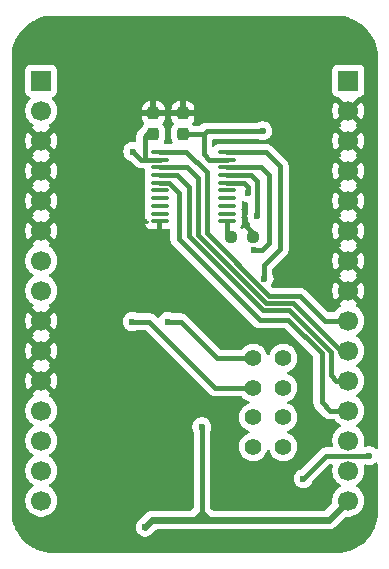
<source format=gbr>
%TF.GenerationSoftware,KiCad,Pcbnew,9.0.2*%
%TF.CreationDate,2025-06-04T19:43:54+07:00*%
%TF.ProjectId,Wheelspeed New,57686565-6c73-4706-9565-64204e65772e,rev?*%
%TF.SameCoordinates,Original*%
%TF.FileFunction,Copper,L2,Bot*%
%TF.FilePolarity,Positive*%
%FSLAX46Y46*%
G04 Gerber Fmt 4.6, Leading zero omitted, Abs format (unit mm)*
G04 Created by KiCad (PCBNEW 9.0.2) date 2025-06-04 19:43:54*
%MOMM*%
%LPD*%
G01*
G04 APERTURE LIST*
G04 Aperture macros list*
%AMRoundRect*
0 Rectangle with rounded corners*
0 $1 Rounding radius*
0 $2 $3 $4 $5 $6 $7 $8 $9 X,Y pos of 4 corners*
0 Add a 4 corners polygon primitive as box body*
4,1,4,$2,$3,$4,$5,$6,$7,$8,$9,$2,$3,0*
0 Add four circle primitives for the rounded corners*
1,1,$1+$1,$2,$3*
1,1,$1+$1,$4,$5*
1,1,$1+$1,$6,$7*
1,1,$1+$1,$8,$9*
0 Add four rect primitives between the rounded corners*
20,1,$1+$1,$2,$3,$4,$5,0*
20,1,$1+$1,$4,$5,$6,$7,0*
20,1,$1+$1,$6,$7,$8,$9,0*
20,1,$1+$1,$8,$9,$2,$3,0*%
G04 Aperture macros list end*
%TA.AperFunction,SMDPad,CuDef*%
%ADD10RoundRect,0.237500X-0.237500X0.300000X-0.237500X-0.300000X0.237500X-0.300000X0.237500X0.300000X0*%
%TD*%
%TA.AperFunction,SMDPad,CuDef*%
%ADD11RoundRect,0.100000X0.637500X0.100000X-0.637500X0.100000X-0.637500X-0.100000X0.637500X-0.100000X0*%
%TD*%
%TA.AperFunction,SMDPad,CuDef*%
%ADD12RoundRect,0.237500X0.250000X0.237500X-0.250000X0.237500X-0.250000X-0.237500X0.250000X-0.237500X0*%
%TD*%
%TA.AperFunction,ComponentPad*%
%ADD13R,1.700000X1.700000*%
%TD*%
%TA.AperFunction,ComponentPad*%
%ADD14C,1.700000*%
%TD*%
%TA.AperFunction,ComponentPad*%
%ADD15C,1.400000*%
%TD*%
%TA.AperFunction,ViaPad*%
%ADD16C,0.600000*%
%TD*%
%TA.AperFunction,Conductor*%
%ADD17C,0.400000*%
%TD*%
%TA.AperFunction,Conductor*%
%ADD18C,0.600000*%
%TD*%
G04 APERTURE END LIST*
D10*
%TO.P,C3,1*%
%TO.N,GND*%
X111500000Y-110775000D03*
%TO.P,C3,2*%
%TO.N,+5V*%
X111500000Y-112500000D03*
%TD*%
%TO.P,C2,1*%
%TO.N,GND*%
X114000000Y-110775000D03*
%TO.P,C2,2*%
%TO.N,+3.3V*%
X114000000Y-112500000D03*
%TD*%
D11*
%TO.P,U3,1,A1*%
%TO.N,/WS_RL_Signal*%
X117750000Y-114050000D03*
%TO.P,U3,2,VCCA*%
%TO.N,+3.3V*%
X117750000Y-114700000D03*
%TO.P,U3,3,A2*%
%TO.N,/WS_RR_Signal*%
X117750000Y-115350000D03*
%TO.P,U3,4,A3*%
%TO.N,/WS_FR_Signal*%
X117750000Y-116000000D03*
%TO.P,U3,5,A4*%
%TO.N,/WS_FL_Signal*%
X117750000Y-116650000D03*
%TO.P,U3,6,A5*%
%TO.N,unconnected-(U3-A5-Pad6)*%
X117750000Y-117300000D03*
%TO.P,U3,7,A6*%
%TO.N,unconnected-(U3-A6-Pad7)*%
X117750000Y-117950000D03*
%TO.P,U3,8,A7*%
%TO.N,unconnected-(U3-A7-Pad8)*%
X117750000Y-118600000D03*
%TO.P,U3,9,A8*%
%TO.N,unconnected-(U3-A8-Pad9)*%
X117750000Y-119250000D03*
%TO.P,U3,10,OE*%
%TO.N,Net-(U3-OE)*%
X117750000Y-119900000D03*
%TO.P,U3,11,GND*%
%TO.N,GND*%
X112025000Y-119900000D03*
%TO.P,U3,12,B8*%
%TO.N,unconnected-(U3-B8-Pad12)*%
X112025000Y-119250000D03*
%TO.P,U3,13,B7*%
%TO.N,unconnected-(U3-B7-Pad13)*%
X112025000Y-118600000D03*
%TO.P,U3,14,B6*%
%TO.N,unconnected-(U3-B6-Pad14)*%
X112025000Y-117950000D03*
%TO.P,U3,15,B5*%
%TO.N,unconnected-(U3-B5-Pad15)*%
X112025000Y-117300000D03*
%TO.P,U3,16,B4*%
%TO.N,/WS_FL_Signal_5V*%
X112025000Y-116650000D03*
%TO.P,U3,17,B3*%
%TO.N,/WS_FR_Signal_5V*%
X112025000Y-116000000D03*
%TO.P,U3,18,B2*%
%TO.N,/WS_RR_Signal_5V*%
X112025000Y-115350000D03*
%TO.P,U3,19,VCCB*%
%TO.N,+5V*%
X112025000Y-114700000D03*
%TO.P,U3,20,B1*%
%TO.N,/WS_RL_Signal_5V*%
X112025000Y-114050000D03*
%TD*%
D12*
%TO.P,R5,1*%
%TO.N,GND*%
X119912500Y-121250000D03*
%TO.P,R5,2*%
%TO.N,Net-(U3-OE)*%
X118087500Y-121250000D03*
%TD*%
D13*
%TO.P,J4,1,Pin_1*%
%TO.N,+5V*%
X128000000Y-108000000D03*
D14*
%TO.P,J4,2,Pin_2*%
%TO.N,GND*%
X128000000Y-110540000D03*
%TO.P,J4,3,Pin_3*%
X128000000Y-113080000D03*
%TO.P,J4,4,Pin_4*%
X128000000Y-115620000D03*
%TO.P,J4,5,Pin_5*%
X128000000Y-118160000D03*
%TO.P,J4,6,Pin_6*%
X128000000Y-120700000D03*
%TO.P,J4,7,Pin_7*%
X128000000Y-123240000D03*
%TO.P,J4,8,Pin_8*%
X128000000Y-125780000D03*
%TO.P,J4,9,Pin_9*%
%TO.N,/WS_RL_Signal_5V*%
X128000000Y-128320000D03*
%TO.P,J4,10,Pin_10*%
%TO.N,/WS_RR_Signal_5V*%
X128000000Y-130860000D03*
%TO.P,J4,11,Pin_11*%
%TO.N,/WS_FR_Signal_5V*%
X128000000Y-133400000D03*
%TO.P,J4,12,Pin_12*%
%TO.N,/WS_FL_Signal_5V*%
X128000000Y-135940000D03*
%TO.P,J4,13,Pin_13*%
%TO.N,unconnected-(J4-Pin_13-Pad13)*%
X128000000Y-138480000D03*
%TO.P,J4,14,Pin_14*%
%TO.N,unconnected-(J4-Pin_14-Pad14)*%
X128000000Y-141020000D03*
%TO.P,J4,15,Pin_15*%
%TO.N,+12V*%
X128000000Y-143560000D03*
%TD*%
D13*
%TO.P,J3,1,Pin_1*%
%TO.N,/SDA*%
X102000000Y-108000000D03*
D14*
%TO.P,J3,2,Pin_2*%
%TO.N,/SCL*%
X102000000Y-110540000D03*
%TO.P,J3,3,Pin_3*%
%TO.N,GND*%
X102000000Y-113080000D03*
%TO.P,J3,4,Pin_4*%
X102000000Y-115620000D03*
%TO.P,J3,5,Pin_5*%
X102000000Y-118160000D03*
%TO.P,J3,6,Pin_6*%
X102000000Y-120700000D03*
%TO.P,J3,7,Pin_7*%
%TO.N,/RX*%
X102000000Y-123240000D03*
%TO.P,J3,8,Pin_8*%
%TO.N,/TX*%
X102000000Y-125780000D03*
%TO.P,J3,9,Pin_9*%
%TO.N,GND*%
X102000000Y-128320000D03*
%TO.P,J3,10,Pin_10*%
X102000000Y-130860000D03*
%TO.P,J3,11,Pin_11*%
X102000000Y-133400000D03*
%TO.P,J3,12,Pin_12*%
%TO.N,/WS_RR*%
X102000000Y-135940000D03*
%TO.P,J3,13,Pin_13*%
%TO.N,/WS_RL*%
X102000000Y-138480000D03*
%TO.P,J3,14,Pin_14*%
%TO.N,/WS_FR*%
X102000000Y-141020000D03*
%TO.P,J3,15,Pin_15*%
%TO.N,/WS_FL*%
X102000000Y-143560000D03*
%TD*%
D15*
%TO.P,FR1,1,1*%
%TO.N,/WS_FR_Signal*%
X119960000Y-136500000D03*
X122500000Y-136500000D03*
%TD*%
%TO.P,RL1,1,1*%
%TO.N,/WS_RL_Signal*%
X119960000Y-131500000D03*
X122500000Y-131500000D03*
%TD*%
%TO.P,RR1,1,1*%
%TO.N,/WS_RR_Signal*%
X119960000Y-134000000D03*
X122500000Y-134000000D03*
%TD*%
%TO.P,FL1,1,1*%
%TO.N,/WS_FL_Signal*%
X119960000Y-139000000D03*
X122500000Y-139000000D03*
%TD*%
D16*
%TO.N,GND*%
X119250000Y-119750000D03*
%TO.N,+3.3V*%
X120750000Y-112250000D03*
X129750000Y-139750000D03*
%TO.N,/WS_FL_Signal*%
X119500000Y-117500000D03*
%TO.N,/WS_FR_Signal*%
X120250000Y-119500000D03*
%TO.N,/WS_RR_Signal*%
X120000000Y-122340000D03*
%TO.N,/WS_RL_Signal*%
X120874293Y-124755707D03*
%TO.N,+5V*%
X109750000Y-114000000D03*
%TO.N,+12V*%
X115600000Y-137300000D03*
X110800000Y-145800000D03*
%TO.N,GND*%
X110900000Y-140700000D03*
X110900000Y-137900000D03*
X110900000Y-141400000D03*
X110200000Y-138600000D03*
X110900000Y-142100000D03*
X110900000Y-138600000D03*
X110900000Y-135800000D03*
X110900000Y-139300000D03*
X111600000Y-139300000D03*
X111600000Y-138600000D03*
X110200000Y-137900000D03*
X110900000Y-140000000D03*
X111600000Y-137900000D03*
X110900000Y-142800000D03*
X111600000Y-137200000D03*
X110900000Y-143500000D03*
X106700000Y-142100000D03*
X109900000Y-132800000D03*
X110900000Y-137200000D03*
X110200000Y-137200000D03*
%TO.N,+3.3V*%
X124200000Y-141700000D03*
%TO.N,/WS_RR_Signal*%
X109700000Y-128400000D03*
%TO.N,/WS_RL_Signal*%
X112700000Y-128400000D03*
%TD*%
D17*
%TO.N,/WS_RR_Signal*%
X121250000Y-121750000D02*
X120660000Y-122340000D01*
X121250000Y-116000000D02*
X121250000Y-121750000D01*
X120660000Y-122340000D02*
X120000000Y-122340000D01*
X120600000Y-115350000D02*
X121250000Y-116000000D01*
X117750000Y-115350000D02*
X120600000Y-115350000D01*
%TO.N,+5V*%
X111000000Y-112500000D02*
X111500000Y-112500000D01*
X110750000Y-114700000D02*
X110450000Y-114700000D01*
X110750000Y-114700000D02*
X110750000Y-112750000D01*
X110750000Y-112750000D02*
X111000000Y-112500000D01*
%TO.N,+3.3V*%
X114000000Y-112500000D02*
X115750000Y-112500000D01*
X115750000Y-114250000D02*
X115750000Y-112500000D01*
X116500000Y-112250000D02*
X120750000Y-112250000D01*
X116000000Y-112250000D02*
X116500000Y-112250000D01*
%TO.N,GND*%
X119250000Y-120250000D02*
X119912500Y-120912500D01*
X119912500Y-120912500D02*
X119912500Y-121250000D01*
X119250000Y-119750000D02*
X119250000Y-120250000D01*
%TO.N,Net-(U3-OE)*%
X117750000Y-120912500D02*
X118087500Y-121250000D01*
X117750000Y-119900000D02*
X117750000Y-120912500D01*
%TO.N,+3.3V*%
X116200000Y-114700000D02*
X115750000Y-114250000D01*
X115750000Y-112500000D02*
X116000000Y-112250000D01*
X117750000Y-114700000D02*
X116200000Y-114700000D01*
%TO.N,/WS_RL_Signal_5V*%
X126000000Y-128320000D02*
X128000000Y-128320000D01*
X116000000Y-120935682D02*
X121314318Y-126250000D01*
X114300000Y-114050000D02*
X116000000Y-115750000D01*
X116000000Y-115750000D02*
X116000000Y-120935682D01*
X112025000Y-114050000D02*
X114300000Y-114050000D01*
X121314318Y-126250000D02*
X123930000Y-126250000D01*
X123930000Y-126250000D02*
X126000000Y-128320000D01*
%TO.N,/WS_FR_Signal_5V*%
X127000000Y-133400000D02*
X128000000Y-133400000D01*
X126500000Y-132900000D02*
X127000000Y-133400000D01*
X126500000Y-131000000D02*
X126500000Y-132900000D01*
X122952000Y-127452000D02*
X126500000Y-131000000D01*
X120816434Y-127452000D02*
X122952000Y-127452000D01*
X114500000Y-121135566D02*
X120816434Y-127452000D01*
X114500000Y-117000000D02*
X114500000Y-121135566D01*
X113500000Y-116000000D02*
X114500000Y-117000000D01*
X112025000Y-116000000D02*
X113500000Y-116000000D01*
%TO.N,/WS_RR_Signal_5V*%
X123351000Y-126851000D02*
X127360000Y-130860000D01*
X127360000Y-130860000D02*
X128000000Y-130860000D01*
X115250000Y-121035624D02*
X121065376Y-126851000D01*
X115250000Y-116250000D02*
X115250000Y-121035624D01*
X114350000Y-115350000D02*
X115250000Y-116250000D01*
X121065376Y-126851000D02*
X123351000Y-126851000D01*
X112025000Y-115350000D02*
X114350000Y-115350000D01*
%TO.N,/WS_RL_Signal*%
X121050000Y-114050000D02*
X117750000Y-114050000D01*
X122250000Y-115250000D02*
X121050000Y-114050000D01*
X122250000Y-122250000D02*
X122250000Y-115250000D01*
X120874293Y-124755707D02*
X120874293Y-123625707D01*
X120874293Y-123625707D02*
X122250000Y-122250000D01*
%TO.N,+3.3V*%
X129750000Y-139750000D02*
X126150000Y-139750000D01*
X126150000Y-139750000D02*
X124200000Y-141700000D01*
%TO.N,/WS_FL_Signal*%
X119150000Y-116650000D02*
X117750000Y-116650000D01*
X119500000Y-117500000D02*
X119500000Y-117000000D01*
X119500000Y-117000000D02*
X119150000Y-116650000D01*
%TO.N,/WS_FR_Signal*%
X120250000Y-116500000D02*
X120250000Y-119500000D01*
X119750000Y-116000000D02*
X120250000Y-116500000D01*
X117750000Y-116000000D02*
X119750000Y-116000000D01*
%TO.N,+5V*%
X110450000Y-114700000D02*
X109750000Y-114000000D01*
X112025000Y-114700000D02*
X110750000Y-114700000D01*
D18*
%TO.N,+12V*%
X116100000Y-145200000D02*
X115400000Y-145200000D01*
X115400000Y-145200000D02*
X114600000Y-145200000D01*
X114600000Y-145200000D02*
X111400000Y-145200000D01*
X116100000Y-145200000D02*
X116100000Y-145100000D01*
X115000000Y-145200000D02*
X115600000Y-144600000D01*
X126360000Y-145200000D02*
X116100000Y-145200000D01*
X128000000Y-143560000D02*
X126360000Y-145200000D01*
D17*
X115600000Y-137300000D02*
X115600000Y-144600000D01*
X115600000Y-144600000D02*
X115600000Y-145000000D01*
D18*
X116100000Y-145100000D02*
X115600000Y-144600000D01*
D17*
X115600000Y-145000000D02*
X115400000Y-145200000D01*
D18*
X114600000Y-145200000D02*
X115000000Y-145200000D01*
X111400000Y-145200000D02*
X110800000Y-145800000D01*
D17*
%TO.N,/WS_RR_Signal*%
X109700000Y-128400000D02*
X111150000Y-128400000D01*
X111150000Y-128400000D02*
X116750000Y-134000000D01*
X116750000Y-134000000D02*
X119960000Y-134000000D01*
%TO.N,/WS_RL_Signal*%
X116900000Y-131500000D02*
X119960000Y-131500000D01*
X112700000Y-128400000D02*
X113800000Y-128400000D01*
X113800000Y-128400000D02*
X116900000Y-131500000D01*
%TO.N,/WS_FL_Signal_5V*%
X126440000Y-135940000D02*
X128000000Y-135940000D01*
X113649000Y-121399000D02*
X120500000Y-128250000D01*
X113649000Y-117475208D02*
X113649000Y-121399000D01*
X125750000Y-131099942D02*
X125750000Y-135250000D01*
X125750000Y-135250000D02*
X126440000Y-135940000D01*
X112823792Y-116650000D02*
X113649000Y-117475208D01*
X120500000Y-128250000D02*
X122900058Y-128250000D01*
X122900058Y-128250000D02*
X125750000Y-131099942D01*
X112025000Y-116650000D02*
X112823792Y-116650000D01*
%TD*%
%TA.AperFunction,Conductor*%
%TO.N,GND*%
G36*
X127003032Y-102500648D02*
G01*
X127336929Y-102517052D01*
X127349037Y-102518245D01*
X127452146Y-102533539D01*
X127676699Y-102566849D01*
X127688617Y-102569219D01*
X128009951Y-102649709D01*
X128021588Y-102653240D01*
X128092806Y-102678722D01*
X128333467Y-102764832D01*
X128344688Y-102769479D01*
X128644163Y-102911120D01*
X128654871Y-102916844D01*
X128938988Y-103087137D01*
X128949106Y-103093897D01*
X129215170Y-103291224D01*
X129224576Y-103298944D01*
X129470013Y-103521395D01*
X129478604Y-103529986D01*
X129665755Y-103736475D01*
X129701055Y-103775423D01*
X129708775Y-103784829D01*
X129906102Y-104050893D01*
X129912862Y-104061011D01*
X130041776Y-104276092D01*
X130083148Y-104345116D01*
X130088885Y-104355848D01*
X130230514Y-104655297D01*
X130235170Y-104666540D01*
X130346759Y-104978411D01*
X130350292Y-104990055D01*
X130430777Y-105311369D01*
X130433151Y-105323305D01*
X130481754Y-105650962D01*
X130482947Y-105663071D01*
X130499351Y-105996966D01*
X130499500Y-106003051D01*
X130499500Y-139068059D01*
X130479815Y-139135098D01*
X130427011Y-139180853D01*
X130357853Y-139190797D01*
X130294297Y-139161772D01*
X130287819Y-139155740D01*
X130260292Y-139128213D01*
X130260288Y-139128210D01*
X130129185Y-139040609D01*
X130129172Y-139040602D01*
X129983501Y-138980264D01*
X129983489Y-138980261D01*
X129828845Y-138949500D01*
X129828842Y-138949500D01*
X129671158Y-138949500D01*
X129671155Y-138949500D01*
X129516510Y-138980261D01*
X129516499Y-138980264D01*
X129465666Y-139001319D01*
X129396197Y-139008786D01*
X129333718Y-138977510D01*
X129298067Y-138917421D01*
X129300285Y-138848440D01*
X129317246Y-138796243D01*
X129350500Y-138586287D01*
X129350500Y-138373713D01*
X129317246Y-138163757D01*
X129251557Y-137961588D01*
X129155051Y-137772184D01*
X129155049Y-137772181D01*
X129155048Y-137772179D01*
X129030109Y-137600213D01*
X128879786Y-137449890D01*
X128707820Y-137324951D01*
X128707115Y-137324591D01*
X128699054Y-137320485D01*
X128648259Y-137272512D01*
X128631463Y-137204692D01*
X128653999Y-137138556D01*
X128699054Y-137099515D01*
X128707816Y-137095051D01*
X128747116Y-137066498D01*
X128879786Y-136970109D01*
X128879788Y-136970106D01*
X128879792Y-136970104D01*
X129030104Y-136819792D01*
X129030106Y-136819788D01*
X129030109Y-136819786D01*
X129155048Y-136647820D01*
X129155047Y-136647820D01*
X129155051Y-136647816D01*
X129251557Y-136458412D01*
X129317246Y-136256243D01*
X129350500Y-136046287D01*
X129350500Y-135833713D01*
X129317246Y-135623757D01*
X129251557Y-135421588D01*
X129155051Y-135232184D01*
X129155049Y-135232181D01*
X129155048Y-135232179D01*
X129030109Y-135060213D01*
X128879786Y-134909890D01*
X128707820Y-134784951D01*
X128702173Y-134782074D01*
X128699054Y-134780485D01*
X128648259Y-134732512D01*
X128631463Y-134664692D01*
X128653999Y-134598556D01*
X128699054Y-134559515D01*
X128707816Y-134555051D01*
X128837493Y-134460836D01*
X128879786Y-134430109D01*
X128879788Y-134430106D01*
X128879792Y-134430104D01*
X129030104Y-134279792D01*
X129030106Y-134279788D01*
X129030109Y-134279786D01*
X129155048Y-134107820D01*
X129155047Y-134107820D01*
X129155051Y-134107816D01*
X129251557Y-133918412D01*
X129317246Y-133716243D01*
X129350500Y-133506287D01*
X129350500Y-133293713D01*
X129317246Y-133083757D01*
X129251557Y-132881588D01*
X129155051Y-132692184D01*
X129155049Y-132692181D01*
X129155048Y-132692179D01*
X129030109Y-132520213D01*
X128879786Y-132369890D01*
X128707820Y-132244951D01*
X128707115Y-132244591D01*
X128699054Y-132240485D01*
X128648259Y-132192512D01*
X128631463Y-132124692D01*
X128653999Y-132058556D01*
X128699054Y-132019515D01*
X128707816Y-132015051D01*
X128782443Y-131960832D01*
X128879786Y-131890109D01*
X128879788Y-131890106D01*
X128879792Y-131890104D01*
X129030104Y-131739792D01*
X129030106Y-131739788D01*
X129030109Y-131739786D01*
X129155048Y-131567820D01*
X129155047Y-131567820D01*
X129155051Y-131567816D01*
X129251557Y-131378412D01*
X129317246Y-131176243D01*
X129350500Y-130966287D01*
X129350500Y-130753713D01*
X129317246Y-130543757D01*
X129251557Y-130341588D01*
X129155051Y-130152184D01*
X129155049Y-130152181D01*
X129155048Y-130152179D01*
X129030109Y-129980213D01*
X128879786Y-129829890D01*
X128707820Y-129704951D01*
X128707115Y-129704591D01*
X128699054Y-129700485D01*
X128648259Y-129652512D01*
X128631463Y-129584692D01*
X128653999Y-129518556D01*
X128699054Y-129479515D01*
X128707816Y-129475051D01*
X128806187Y-129403581D01*
X128879786Y-129350109D01*
X128879788Y-129350106D01*
X128879792Y-129350104D01*
X129030104Y-129199792D01*
X129030106Y-129199788D01*
X129030109Y-129199786D01*
X129155048Y-129027820D01*
X129155047Y-129027820D01*
X129155051Y-129027816D01*
X129251557Y-128838412D01*
X129317246Y-128636243D01*
X129350500Y-128426287D01*
X129350500Y-128213713D01*
X129317246Y-128003757D01*
X129251557Y-127801588D01*
X129155051Y-127612184D01*
X129155049Y-127612181D01*
X129155048Y-127612179D01*
X129030109Y-127440213D01*
X128879786Y-127289890D01*
X128707817Y-127164949D01*
X128698504Y-127160204D01*
X128647707Y-127112230D01*
X128630912Y-127044409D01*
X128653449Y-126978274D01*
X128698507Y-126939232D01*
X128707555Y-126934622D01*
X128761716Y-126895270D01*
X128761717Y-126895270D01*
X128129408Y-126262962D01*
X128192993Y-126245925D01*
X128307007Y-126180099D01*
X128400099Y-126087007D01*
X128465925Y-125972993D01*
X128482962Y-125909408D01*
X129115270Y-126541717D01*
X129115270Y-126541716D01*
X129154622Y-126487554D01*
X129251095Y-126298217D01*
X129316757Y-126096130D01*
X129316757Y-126096127D01*
X129350000Y-125886246D01*
X129350000Y-125673753D01*
X129316757Y-125463872D01*
X129316757Y-125463869D01*
X129251095Y-125261782D01*
X129154624Y-125072449D01*
X129115270Y-125018282D01*
X129115269Y-125018282D01*
X128482962Y-125650590D01*
X128465925Y-125587007D01*
X128400099Y-125472993D01*
X128307007Y-125379901D01*
X128192993Y-125314075D01*
X128129409Y-125297037D01*
X128761716Y-124664728D01*
X128707550Y-124625375D01*
X128697954Y-124620486D01*
X128647157Y-124572512D01*
X128630361Y-124504692D01*
X128652897Y-124438556D01*
X128697954Y-124399514D01*
X128707554Y-124394622D01*
X128761716Y-124355270D01*
X128761717Y-124355270D01*
X128129408Y-123722962D01*
X128192993Y-123705925D01*
X128307007Y-123640099D01*
X128400099Y-123547007D01*
X128465925Y-123432993D01*
X128482962Y-123369408D01*
X129115270Y-124001717D01*
X129115270Y-124001716D01*
X129154622Y-123947554D01*
X129251095Y-123758217D01*
X129316757Y-123556130D01*
X129316757Y-123556127D01*
X129350000Y-123346246D01*
X129350000Y-123133753D01*
X129316757Y-122923872D01*
X129316757Y-122923869D01*
X129251095Y-122721782D01*
X129154624Y-122532449D01*
X129115270Y-122478282D01*
X129115269Y-122478282D01*
X128482962Y-123110590D01*
X128465925Y-123047007D01*
X128400099Y-122932993D01*
X128307007Y-122839901D01*
X128192993Y-122774075D01*
X128129409Y-122757037D01*
X128761716Y-122124728D01*
X128707550Y-122085375D01*
X128697954Y-122080486D01*
X128647157Y-122032512D01*
X128630361Y-121964692D01*
X128652897Y-121898556D01*
X128697954Y-121859514D01*
X128707554Y-121854622D01*
X128761716Y-121815270D01*
X128761717Y-121815270D01*
X128129408Y-121182962D01*
X128192993Y-121165925D01*
X128307007Y-121100099D01*
X128400099Y-121007007D01*
X128465925Y-120892993D01*
X128482962Y-120829408D01*
X129115270Y-121461717D01*
X129115270Y-121461716D01*
X129154622Y-121407554D01*
X129251095Y-121218217D01*
X129316757Y-121016130D01*
X129316757Y-121016127D01*
X129350000Y-120806246D01*
X129350000Y-120593753D01*
X129316757Y-120383872D01*
X129316757Y-120383869D01*
X129251095Y-120181782D01*
X129154624Y-119992449D01*
X129115270Y-119938282D01*
X129115269Y-119938282D01*
X128482962Y-120570590D01*
X128465925Y-120507007D01*
X128400099Y-120392993D01*
X128307007Y-120299901D01*
X128192993Y-120234075D01*
X128129409Y-120217037D01*
X128761716Y-119584728D01*
X128707550Y-119545375D01*
X128697954Y-119540486D01*
X128647157Y-119492512D01*
X128630361Y-119424692D01*
X128652897Y-119358556D01*
X128697954Y-119319514D01*
X128707554Y-119314622D01*
X128761716Y-119275270D01*
X128761717Y-119275270D01*
X128129408Y-118642962D01*
X128192993Y-118625925D01*
X128307007Y-118560099D01*
X128400099Y-118467007D01*
X128465925Y-118352993D01*
X128482962Y-118289408D01*
X129115270Y-118921717D01*
X129115270Y-118921716D01*
X129154622Y-118867554D01*
X129251095Y-118678217D01*
X129316757Y-118476130D01*
X129316757Y-118476127D01*
X129350000Y-118266246D01*
X129350000Y-118053753D01*
X129316757Y-117843872D01*
X129316757Y-117843869D01*
X129251095Y-117641782D01*
X129154624Y-117452449D01*
X129115270Y-117398282D01*
X129115269Y-117398282D01*
X128482962Y-118030590D01*
X128465925Y-117967007D01*
X128400099Y-117852993D01*
X128307007Y-117759901D01*
X128192993Y-117694075D01*
X128129409Y-117677037D01*
X128761716Y-117044728D01*
X128707550Y-117005375D01*
X128697954Y-117000486D01*
X128647157Y-116952512D01*
X128630361Y-116884692D01*
X128652897Y-116818556D01*
X128697954Y-116779514D01*
X128707554Y-116774622D01*
X128761716Y-116735270D01*
X128761717Y-116735270D01*
X128129408Y-116102962D01*
X128192993Y-116085925D01*
X128307007Y-116020099D01*
X128400099Y-115927007D01*
X128465925Y-115812993D01*
X128482962Y-115749408D01*
X129115270Y-116381717D01*
X129115270Y-116381716D01*
X129154622Y-116327554D01*
X129251095Y-116138217D01*
X129316757Y-115936130D01*
X129316757Y-115936127D01*
X129350000Y-115726246D01*
X129350000Y-115513753D01*
X129316757Y-115303872D01*
X129316757Y-115303869D01*
X129251095Y-115101782D01*
X129154624Y-114912449D01*
X129115270Y-114858282D01*
X129115269Y-114858282D01*
X128482962Y-115490590D01*
X128465925Y-115427007D01*
X128400099Y-115312993D01*
X128307007Y-115219901D01*
X128192993Y-115154075D01*
X128129409Y-115137037D01*
X128761716Y-114504728D01*
X128707550Y-114465375D01*
X128697954Y-114460486D01*
X128647157Y-114412512D01*
X128630361Y-114344692D01*
X128652897Y-114278556D01*
X128697954Y-114239514D01*
X128707554Y-114234622D01*
X128761716Y-114195270D01*
X128761717Y-114195270D01*
X128129408Y-113562962D01*
X128192993Y-113545925D01*
X128307007Y-113480099D01*
X128400099Y-113387007D01*
X128465925Y-113272993D01*
X128482962Y-113209408D01*
X129115270Y-113841717D01*
X129115270Y-113841716D01*
X129154622Y-113787554D01*
X129251095Y-113598217D01*
X129316757Y-113396130D01*
X129316757Y-113396127D01*
X129350000Y-113186246D01*
X129350000Y-112973753D01*
X129316757Y-112763872D01*
X129316757Y-112763869D01*
X129251095Y-112561782D01*
X129154624Y-112372449D01*
X129115270Y-112318282D01*
X129115269Y-112318282D01*
X128482962Y-112950590D01*
X128465925Y-112887007D01*
X128400099Y-112772993D01*
X128307007Y-112679901D01*
X128192993Y-112614075D01*
X128129409Y-112597037D01*
X128761716Y-111964728D01*
X128707550Y-111925375D01*
X128697954Y-111920486D01*
X128647157Y-111872512D01*
X128630361Y-111804692D01*
X128652897Y-111738556D01*
X128697954Y-111699514D01*
X128707554Y-111694622D01*
X128761716Y-111655270D01*
X128761717Y-111655270D01*
X128129408Y-111022962D01*
X128192993Y-111005925D01*
X128307007Y-110940099D01*
X128400099Y-110847007D01*
X128465925Y-110732993D01*
X128482962Y-110669408D01*
X129115270Y-111301717D01*
X129115270Y-111301716D01*
X129154622Y-111247554D01*
X129251095Y-111058217D01*
X129316757Y-110856130D01*
X129316757Y-110856127D01*
X129350000Y-110646246D01*
X129350000Y-110433753D01*
X129316757Y-110223872D01*
X129316757Y-110223869D01*
X129251095Y-110021782D01*
X129154624Y-109832449D01*
X129115270Y-109778282D01*
X129115269Y-109778282D01*
X128482962Y-110410590D01*
X128465925Y-110347007D01*
X128400099Y-110232993D01*
X128307007Y-110139901D01*
X128192993Y-110074075D01*
X128129409Y-110057037D01*
X128799627Y-109386818D01*
X128860950Y-109353333D01*
X128887307Y-109350499D01*
X128897872Y-109350499D01*
X128957483Y-109344091D01*
X129092331Y-109293796D01*
X129207546Y-109207546D01*
X129293796Y-109092331D01*
X129344091Y-108957483D01*
X129350500Y-108897873D01*
X129350499Y-107102128D01*
X129344091Y-107042517D01*
X129293796Y-106907669D01*
X129293795Y-106907668D01*
X129293793Y-106907664D01*
X129207547Y-106792455D01*
X129207544Y-106792452D01*
X129092335Y-106706206D01*
X129092328Y-106706202D01*
X128957482Y-106655908D01*
X128957483Y-106655908D01*
X128897883Y-106649501D01*
X128897881Y-106649500D01*
X128897873Y-106649500D01*
X128897864Y-106649500D01*
X127102129Y-106649500D01*
X127102123Y-106649501D01*
X127042516Y-106655908D01*
X126907671Y-106706202D01*
X126907664Y-106706206D01*
X126792455Y-106792452D01*
X126792452Y-106792455D01*
X126706206Y-106907664D01*
X126706202Y-106907671D01*
X126655908Y-107042517D01*
X126649501Y-107102116D01*
X126649501Y-107102123D01*
X126649500Y-107102135D01*
X126649500Y-108897870D01*
X126649501Y-108897876D01*
X126655908Y-108957483D01*
X126706202Y-109092328D01*
X126706206Y-109092335D01*
X126792452Y-109207544D01*
X126792455Y-109207547D01*
X126907664Y-109293793D01*
X126907671Y-109293797D01*
X126952618Y-109310561D01*
X127042517Y-109344091D01*
X127102127Y-109350500D01*
X127112685Y-109350499D01*
X127179723Y-109370179D01*
X127200372Y-109386818D01*
X127870591Y-110057037D01*
X127807007Y-110074075D01*
X127692993Y-110139901D01*
X127599901Y-110232993D01*
X127534075Y-110347007D01*
X127517037Y-110410591D01*
X126884728Y-109778282D01*
X126884727Y-109778282D01*
X126845380Y-109832439D01*
X126748904Y-110021782D01*
X126683242Y-110223869D01*
X126683242Y-110223872D01*
X126650000Y-110433753D01*
X126650000Y-110646246D01*
X126683242Y-110856127D01*
X126683242Y-110856130D01*
X126748904Y-111058217D01*
X126845375Y-111247550D01*
X126884728Y-111301716D01*
X127517037Y-110669408D01*
X127534075Y-110732993D01*
X127599901Y-110847007D01*
X127692993Y-110940099D01*
X127807007Y-111005925D01*
X127870591Y-111022962D01*
X127269971Y-111623581D01*
X127348711Y-111740895D01*
X127349920Y-111744729D01*
X127352844Y-111747491D01*
X127360343Y-111777778D01*
X127369727Y-111807529D01*
X127368671Y-111811408D01*
X127369638Y-111815312D01*
X127359573Y-111844844D01*
X127351383Y-111874947D01*
X127348397Y-111877640D01*
X127347100Y-111881447D01*
X127302051Y-111920483D01*
X127292440Y-111925380D01*
X127238282Y-111964727D01*
X127238282Y-111964728D01*
X127870591Y-112597037D01*
X127807007Y-112614075D01*
X127692993Y-112679901D01*
X127599901Y-112772993D01*
X127534075Y-112887007D01*
X127517037Y-112950591D01*
X126884728Y-112318282D01*
X126884727Y-112318282D01*
X126845380Y-112372439D01*
X126748904Y-112561782D01*
X126683242Y-112763869D01*
X126683242Y-112763872D01*
X126650000Y-112973753D01*
X126650000Y-113186246D01*
X126683242Y-113396127D01*
X126683242Y-113396130D01*
X126748904Y-113598217D01*
X126845375Y-113787550D01*
X126884728Y-113841716D01*
X127517037Y-113209408D01*
X127534075Y-113272993D01*
X127599901Y-113387007D01*
X127692993Y-113480099D01*
X127807007Y-113545925D01*
X127870591Y-113562962D01*
X127269971Y-114163581D01*
X127348711Y-114280895D01*
X127349920Y-114284729D01*
X127352844Y-114287491D01*
X127360343Y-114317778D01*
X127369727Y-114347529D01*
X127368671Y-114351408D01*
X127369638Y-114355312D01*
X127359573Y-114384844D01*
X127351383Y-114414947D01*
X127348397Y-114417640D01*
X127347100Y-114421447D01*
X127302051Y-114460483D01*
X127292440Y-114465380D01*
X127238282Y-114504727D01*
X127238282Y-114504728D01*
X127870591Y-115137037D01*
X127807007Y-115154075D01*
X127692993Y-115219901D01*
X127599901Y-115312993D01*
X127534075Y-115427007D01*
X127517037Y-115490591D01*
X126884728Y-114858282D01*
X126884727Y-114858282D01*
X126845380Y-114912439D01*
X126748904Y-115101782D01*
X126683242Y-115303869D01*
X126683242Y-115303872D01*
X126650000Y-115513753D01*
X126650000Y-115726246D01*
X126683242Y-115936127D01*
X126683242Y-115936130D01*
X126748904Y-116138217D01*
X126845375Y-116327550D01*
X126884728Y-116381716D01*
X127517037Y-115749408D01*
X127534075Y-115812993D01*
X127599901Y-115927007D01*
X127692993Y-116020099D01*
X127807007Y-116085925D01*
X127870591Y-116102962D01*
X127269971Y-116703581D01*
X127348711Y-116820895D01*
X127349920Y-116824729D01*
X127352844Y-116827491D01*
X127360343Y-116857778D01*
X127369727Y-116887529D01*
X127368671Y-116891408D01*
X127369638Y-116895312D01*
X127359573Y-116924844D01*
X127351383Y-116954947D01*
X127348397Y-116957640D01*
X127347100Y-116961447D01*
X127302051Y-117000483D01*
X127292440Y-117005380D01*
X127238282Y-117044727D01*
X127238282Y-117044728D01*
X127870591Y-117677037D01*
X127807007Y-117694075D01*
X127692993Y-117759901D01*
X127599901Y-117852993D01*
X127534075Y-117967007D01*
X127517037Y-118030591D01*
X126884728Y-117398282D01*
X126884727Y-117398282D01*
X126845380Y-117452439D01*
X126748904Y-117641782D01*
X126683242Y-117843869D01*
X126683242Y-117843872D01*
X126650000Y-118053753D01*
X126650000Y-118266246D01*
X126683242Y-118476127D01*
X126683242Y-118476130D01*
X126748904Y-118678217D01*
X126845375Y-118867550D01*
X126884728Y-118921716D01*
X127517037Y-118289408D01*
X127534075Y-118352993D01*
X127599901Y-118467007D01*
X127692993Y-118560099D01*
X127807007Y-118625925D01*
X127870591Y-118642962D01*
X127269971Y-119243581D01*
X127348711Y-119360895D01*
X127349920Y-119364729D01*
X127352844Y-119367491D01*
X127360343Y-119397778D01*
X127369727Y-119427529D01*
X127368671Y-119431408D01*
X127369638Y-119435312D01*
X127359573Y-119464844D01*
X127351383Y-119494947D01*
X127348397Y-119497640D01*
X127347100Y-119501447D01*
X127302051Y-119540483D01*
X127292440Y-119545380D01*
X127238282Y-119584727D01*
X127238282Y-119584728D01*
X127870591Y-120217037D01*
X127807007Y-120234075D01*
X127692993Y-120299901D01*
X127599901Y-120392993D01*
X127534075Y-120507007D01*
X127517037Y-120570591D01*
X126884728Y-119938282D01*
X126884727Y-119938282D01*
X126845380Y-119992439D01*
X126748904Y-120181782D01*
X126683242Y-120383869D01*
X126683242Y-120383872D01*
X126650000Y-120593753D01*
X126650000Y-120806246D01*
X126683242Y-121016127D01*
X126683242Y-121016130D01*
X126748904Y-121218217D01*
X126845375Y-121407550D01*
X126884728Y-121461716D01*
X127517037Y-120829408D01*
X127534075Y-120892993D01*
X127599901Y-121007007D01*
X127692993Y-121100099D01*
X127807007Y-121165925D01*
X127870591Y-121182962D01*
X127269971Y-121783581D01*
X127348711Y-121900895D01*
X127349920Y-121904729D01*
X127352844Y-121907491D01*
X127360343Y-121937778D01*
X127369727Y-121967529D01*
X127368671Y-121971408D01*
X127369638Y-121975312D01*
X127359573Y-122004844D01*
X127351383Y-122034947D01*
X127348397Y-122037640D01*
X127347100Y-122041447D01*
X127302051Y-122080483D01*
X127292440Y-122085380D01*
X127238282Y-122124727D01*
X127238282Y-122124728D01*
X127870591Y-122757037D01*
X127807007Y-122774075D01*
X127692993Y-122839901D01*
X127599901Y-122932993D01*
X127534075Y-123047007D01*
X127517037Y-123110591D01*
X126884728Y-122478282D01*
X126884727Y-122478282D01*
X126845380Y-122532439D01*
X126748904Y-122721782D01*
X126683242Y-122923869D01*
X126683242Y-122923872D01*
X126650000Y-123133753D01*
X126650000Y-123346246D01*
X126683242Y-123556127D01*
X126683242Y-123556130D01*
X126748904Y-123758217D01*
X126845375Y-123947550D01*
X126884728Y-124001716D01*
X127517037Y-123369408D01*
X127534075Y-123432993D01*
X127599901Y-123547007D01*
X127692993Y-123640099D01*
X127807007Y-123705925D01*
X127870590Y-123722962D01*
X127238282Y-124355269D01*
X127238282Y-124355270D01*
X127292452Y-124394626D01*
X127302048Y-124399516D01*
X127352844Y-124447491D01*
X127369638Y-124515312D01*
X127347100Y-124581447D01*
X127302051Y-124620483D01*
X127292440Y-124625380D01*
X127238282Y-124664727D01*
X127238282Y-124664728D01*
X127870591Y-125297037D01*
X127807007Y-125314075D01*
X127692993Y-125379901D01*
X127599901Y-125472993D01*
X127534075Y-125587007D01*
X127517037Y-125650591D01*
X126884728Y-125018282D01*
X126884727Y-125018282D01*
X126845380Y-125072439D01*
X126748904Y-125261782D01*
X126683242Y-125463869D01*
X126683242Y-125463872D01*
X126650000Y-125673753D01*
X126650000Y-125886246D01*
X126683242Y-126096127D01*
X126683242Y-126096130D01*
X126748904Y-126298217D01*
X126845375Y-126487550D01*
X126884728Y-126541716D01*
X127517037Y-125909408D01*
X127534075Y-125972993D01*
X127599901Y-126087007D01*
X127692993Y-126180099D01*
X127807007Y-126245925D01*
X127870590Y-126262962D01*
X127238282Y-126895269D01*
X127238282Y-126895270D01*
X127292452Y-126934626D01*
X127292451Y-126934626D01*
X127301495Y-126939234D01*
X127352292Y-126987208D01*
X127369087Y-127055029D01*
X127346550Y-127121164D01*
X127301499Y-127160202D01*
X127292182Y-127164949D01*
X127120213Y-127289890D01*
X126969892Y-127440211D01*
X126901573Y-127534247D01*
X126876770Y-127568385D01*
X126821442Y-127611051D01*
X126776453Y-127619500D01*
X126341519Y-127619500D01*
X126274480Y-127599815D01*
X126253838Y-127583181D01*
X124427220Y-125756562D01*
X124376545Y-125705887D01*
X124261807Y-125629222D01*
X124134332Y-125576421D01*
X124134322Y-125576418D01*
X123998996Y-125549500D01*
X123998994Y-125549500D01*
X123998993Y-125549500D01*
X121655837Y-125549500D01*
X121626396Y-125540855D01*
X121596410Y-125534332D01*
X121591394Y-125530577D01*
X121588798Y-125529815D01*
X121568156Y-125513181D01*
X121496207Y-125441232D01*
X121462722Y-125379909D01*
X121467706Y-125310217D01*
X121492800Y-125271175D01*
X121492221Y-125270700D01*
X121496084Y-125265993D01*
X121583683Y-125134892D01*
X121583683Y-125134891D01*
X121583687Y-125134886D01*
X121644030Y-124989204D01*
X121674793Y-124834549D01*
X121674793Y-124676865D01*
X121674793Y-124676862D01*
X121674792Y-124676860D01*
X121664551Y-124625375D01*
X121644030Y-124522210D01*
X121641173Y-124515312D01*
X121584232Y-124377843D01*
X121582605Y-124369666D01*
X121579816Y-124365326D01*
X121574793Y-124330391D01*
X121574793Y-123967225D01*
X121594478Y-123900186D01*
X121611112Y-123879544D01*
X122449456Y-123041200D01*
X122604210Y-122886446D01*
X122794113Y-122696543D01*
X122802435Y-122684088D01*
X122810641Y-122671809D01*
X122870771Y-122581817D01*
X122870771Y-122581816D01*
X122870775Y-122581811D01*
X122923580Y-122454328D01*
X122924342Y-122450500D01*
X122930639Y-122418842D01*
X122950500Y-122318993D01*
X122950500Y-115181007D01*
X122950500Y-115181004D01*
X122928934Y-115072591D01*
X122923580Y-115045671D01*
X122911617Y-115016790D01*
X122870776Y-114918190D01*
X122794112Y-114803454D01*
X121496545Y-113505887D01*
X121381807Y-113429222D01*
X121254332Y-113376421D01*
X121254322Y-113376418D01*
X121118996Y-113349500D01*
X121118994Y-113349500D01*
X121118993Y-113349500D01*
X117681007Y-113349500D01*
X117681004Y-113349500D01*
X117073136Y-113349500D01*
X116955746Y-113364953D01*
X116955737Y-113364956D01*
X116809660Y-113425463D01*
X116746938Y-113473591D01*
X116704850Y-113505887D01*
X116684217Y-113521719D01*
X116672875Y-113536501D01*
X116616447Y-113577703D01*
X116546700Y-113581857D01*
X116485781Y-113547644D01*
X116453028Y-113485926D01*
X116450500Y-113461013D01*
X116450500Y-113074500D01*
X116470185Y-113007461D01*
X116522989Y-112961706D01*
X116574500Y-112950500D01*
X120324684Y-112950500D01*
X120372136Y-112959939D01*
X120516498Y-113019735D01*
X120516503Y-113019737D01*
X120671153Y-113050499D01*
X120671156Y-113050500D01*
X120671158Y-113050500D01*
X120828844Y-113050500D01*
X120828845Y-113050499D01*
X120983497Y-113019737D01*
X121129179Y-112959394D01*
X121260289Y-112871789D01*
X121371789Y-112760289D01*
X121459394Y-112629179D01*
X121519737Y-112483497D01*
X121550500Y-112328842D01*
X121550500Y-112171158D01*
X121550500Y-112171155D01*
X121550499Y-112171153D01*
X121526350Y-112049748D01*
X121519737Y-112016503D01*
X121481993Y-111925380D01*
X121459397Y-111870827D01*
X121459390Y-111870814D01*
X121371789Y-111739711D01*
X121371786Y-111739707D01*
X121260292Y-111628213D01*
X121260288Y-111628210D01*
X121129185Y-111540609D01*
X121129172Y-111540602D01*
X120983501Y-111480264D01*
X120983489Y-111480261D01*
X120828845Y-111449500D01*
X120828842Y-111449500D01*
X120671158Y-111449500D01*
X120671155Y-111449500D01*
X120516510Y-111480261D01*
X120516498Y-111480264D01*
X120372136Y-111540061D01*
X120324684Y-111549500D01*
X115931003Y-111549500D01*
X115833760Y-111568843D01*
X115833758Y-111568843D01*
X115822591Y-111571065D01*
X115795671Y-111576420D01*
X115742866Y-111598292D01*
X115668189Y-111629225D01*
X115668188Y-111629226D01*
X115647199Y-111643249D01*
X115647192Y-111643253D01*
X115553458Y-111705885D01*
X115534519Y-111724825D01*
X115496161Y-111763182D01*
X115434841Y-111796666D01*
X115408482Y-111799500D01*
X114926771Y-111799500D01*
X114859732Y-111779815D01*
X114832863Y-111756477D01*
X114826415Y-111748999D01*
X114820340Y-111739150D01*
X114802777Y-111721587D01*
X114799790Y-111718123D01*
X114787167Y-111690306D01*
X114772532Y-111663504D01*
X114772868Y-111658796D01*
X114770918Y-111654498D01*
X114775337Y-111624278D01*
X114777516Y-111593812D01*
X114780463Y-111589226D01*
X114781028Y-111585364D01*
X114788350Y-111576954D01*
X114806021Y-111549460D01*
X114819947Y-111535535D01*
X114910448Y-111388811D01*
X114910453Y-111388800D01*
X114964680Y-111225152D01*
X114974999Y-111124154D01*
X114975000Y-111124141D01*
X114975000Y-111025000D01*
X113025001Y-111025000D01*
X113025001Y-111124154D01*
X113035319Y-111225152D01*
X113089546Y-111388800D01*
X113089551Y-111388811D01*
X113180052Y-111535534D01*
X113180055Y-111535538D01*
X113193982Y-111549465D01*
X113227467Y-111610788D01*
X113222483Y-111680480D01*
X113193984Y-111724825D01*
X113179661Y-111739148D01*
X113089093Y-111885981D01*
X113089091Y-111885986D01*
X113081352Y-111909341D01*
X113034826Y-112049747D01*
X113034826Y-112049748D01*
X113034825Y-112049748D01*
X113024500Y-112150815D01*
X113024500Y-112849169D01*
X113024501Y-112849187D01*
X113034825Y-112950252D01*
X113038621Y-112961706D01*
X113077820Y-113080001D01*
X113089092Y-113114015D01*
X113089095Y-113114022D01*
X113117704Y-113160404D01*
X113136144Y-113227796D01*
X113115221Y-113294460D01*
X113061579Y-113339229D01*
X113012165Y-113349500D01*
X112487835Y-113349500D01*
X112420796Y-113329815D01*
X112375041Y-113277011D01*
X112365097Y-113207853D01*
X112382296Y-113160404D01*
X112410904Y-113114022D01*
X112410908Y-113114016D01*
X112465174Y-112950253D01*
X112475500Y-112849177D01*
X112475499Y-112150824D01*
X112465174Y-112049747D01*
X112410908Y-111885984D01*
X112320340Y-111739150D01*
X112306017Y-111724827D01*
X112272532Y-111663504D01*
X112277516Y-111593812D01*
X112306021Y-111549460D01*
X112319947Y-111535535D01*
X112410448Y-111388811D01*
X112410453Y-111388800D01*
X112464680Y-111225152D01*
X112474999Y-111124154D01*
X112475000Y-111124141D01*
X112475000Y-111025000D01*
X110525001Y-111025000D01*
X110525001Y-111124154D01*
X110535319Y-111225152D01*
X110589546Y-111388800D01*
X110589551Y-111388811D01*
X110680052Y-111535534D01*
X110680055Y-111535538D01*
X110693982Y-111549465D01*
X110727467Y-111610788D01*
X110722483Y-111680480D01*
X110693984Y-111724825D01*
X110679661Y-111739148D01*
X110655834Y-111777778D01*
X110591891Y-111881447D01*
X110589091Y-111885986D01*
X110589089Y-111885990D01*
X110581351Y-111909341D01*
X110551327Y-111958016D01*
X110205888Y-112303453D01*
X110205887Y-112303454D01*
X110129222Y-112418192D01*
X110076421Y-112545667D01*
X110076418Y-112545677D01*
X110049500Y-112681004D01*
X110049500Y-113092297D01*
X110029815Y-113159336D01*
X109977011Y-113205091D01*
X109907853Y-113215035D01*
X109901309Y-113213914D01*
X109828845Y-113199500D01*
X109828842Y-113199500D01*
X109671158Y-113199500D01*
X109671155Y-113199500D01*
X109516510Y-113230261D01*
X109516498Y-113230264D01*
X109370827Y-113290602D01*
X109370814Y-113290609D01*
X109239711Y-113378210D01*
X109239707Y-113378213D01*
X109128213Y-113489707D01*
X109128210Y-113489711D01*
X109040609Y-113620814D01*
X109040602Y-113620827D01*
X108980264Y-113766498D01*
X108980261Y-113766510D01*
X108949500Y-113921153D01*
X108949500Y-114078846D01*
X108980261Y-114233489D01*
X108980264Y-114233501D01*
X109040602Y-114379172D01*
X109040609Y-114379185D01*
X109128210Y-114510288D01*
X109128213Y-114510292D01*
X109239707Y-114621786D01*
X109239711Y-114621789D01*
X109370814Y-114709390D01*
X109370827Y-114709397D01*
X109515185Y-114769191D01*
X109555414Y-114796071D01*
X109905886Y-115146542D01*
X109979245Y-115219901D01*
X110003459Y-115244115D01*
X110118182Y-115320771D01*
X110118186Y-115320773D01*
X110118189Y-115320775D01*
X110192866Y-115351707D01*
X110245671Y-115373580D01*
X110255143Y-115375464D01*
X110344325Y-115393203D01*
X110381004Y-115400500D01*
X110381007Y-115400500D01*
X110666557Y-115400500D01*
X110697010Y-115409442D01*
X110727910Y-115416742D01*
X110730298Y-115419216D01*
X110733596Y-115420185D01*
X110754376Y-115444166D01*
X110776429Y-115467018D01*
X110777724Y-115471111D01*
X110779351Y-115472989D01*
X110788173Y-115500300D01*
X110788965Y-115504282D01*
X110802456Y-115606762D01*
X110815737Y-115638826D01*
X110818120Y-115650800D01*
X110816051Y-115673932D01*
X110818533Y-115697019D01*
X110811996Y-115719281D01*
X110811897Y-115720393D01*
X110811531Y-115720862D01*
X110811066Y-115722450D01*
X110802457Y-115743234D01*
X110802455Y-115743239D01*
X110787000Y-115860638D01*
X110787000Y-116139363D01*
X110802453Y-116256753D01*
X110802457Y-116256765D01*
X110811066Y-116277550D01*
X110818533Y-116347019D01*
X110811066Y-116372450D01*
X110802457Y-116393234D01*
X110802455Y-116393239D01*
X110787000Y-116510638D01*
X110787000Y-116789363D01*
X110802453Y-116906753D01*
X110802457Y-116906765D01*
X110811066Y-116927550D01*
X110818533Y-116997019D01*
X110811066Y-117022450D01*
X110802457Y-117043234D01*
X110802455Y-117043239D01*
X110787000Y-117160638D01*
X110787000Y-117439363D01*
X110802453Y-117556753D01*
X110802457Y-117556765D01*
X110811066Y-117577550D01*
X110818533Y-117647019D01*
X110811066Y-117672450D01*
X110802457Y-117693234D01*
X110802455Y-117693239D01*
X110787000Y-117810638D01*
X110787000Y-118089363D01*
X110802453Y-118206753D01*
X110802457Y-118206765D01*
X110811066Y-118227550D01*
X110818533Y-118297019D01*
X110811066Y-118322450D01*
X110802457Y-118343234D01*
X110802455Y-118343239D01*
X110787000Y-118460638D01*
X110787000Y-118739363D01*
X110802453Y-118856753D01*
X110802457Y-118856765D01*
X110811066Y-118877550D01*
X110818533Y-118947019D01*
X110811066Y-118972450D01*
X110802457Y-118993234D01*
X110802455Y-118993239D01*
X110787000Y-119110638D01*
X110787000Y-119389363D01*
X110802453Y-119506753D01*
X110802456Y-119506762D01*
X110811337Y-119528203D01*
X110818804Y-119597673D01*
X110811338Y-119623103D01*
X110802943Y-119643370D01*
X110795487Y-119700000D01*
X110838000Y-119700000D01*
X110905039Y-119719685D01*
X110919261Y-119730338D01*
X110928739Y-119738561D01*
X110959218Y-119778282D01*
X111084659Y-119874536D01*
X111086201Y-119875175D01*
X111094458Y-119882338D01*
X111111392Y-119908724D01*
X111129886Y-119934052D01*
X111130115Y-119937896D01*
X111132196Y-119941139D01*
X111132176Y-119972496D01*
X111134041Y-120003798D01*
X111132154Y-120007157D01*
X111132152Y-120011009D01*
X111115189Y-120037367D01*
X111099829Y-120064719D01*
X111096424Y-120066525D01*
X111094341Y-120069763D01*
X111065813Y-120082770D01*
X111038111Y-120097471D01*
X111032270Y-120098063D01*
X111030768Y-120098749D01*
X111028602Y-120098436D01*
X111013197Y-120100000D01*
X110795490Y-120100000D01*
X110795488Y-120100001D01*
X110802942Y-120156627D01*
X110802944Y-120156633D01*
X110863399Y-120302585D01*
X110959575Y-120427924D01*
X111084913Y-120524100D01*
X111230865Y-120584554D01*
X111230869Y-120584555D01*
X111348176Y-120599999D01*
X111824999Y-120599999D01*
X111825000Y-120599998D01*
X111825000Y-120074499D01*
X111827550Y-120065813D01*
X111826262Y-120056852D01*
X111837240Y-120032811D01*
X111844685Y-120007460D01*
X111851525Y-120001532D01*
X111855287Y-119993296D01*
X111877521Y-119979006D01*
X111897489Y-119961705D01*
X111908003Y-119959417D01*
X111914065Y-119955522D01*
X111948996Y-119950499D01*
X112101001Y-119950499D01*
X112168039Y-119970184D01*
X112213794Y-120022988D01*
X112225000Y-120074499D01*
X112225000Y-120599999D01*
X112701824Y-120599999D01*
X112808316Y-120585980D01*
X112877351Y-120596746D01*
X112929606Y-120643127D01*
X112948500Y-120708919D01*
X112948500Y-121330006D01*
X112948500Y-121467994D01*
X112948500Y-121467996D01*
X112948499Y-121467996D01*
X112975418Y-121603322D01*
X112975421Y-121603332D01*
X113028222Y-121730807D01*
X113104887Y-121845545D01*
X120053453Y-128794111D01*
X120053457Y-128794114D01*
X120119754Y-128838412D01*
X120168189Y-128870775D01*
X120168190Y-128870775D01*
X120168191Y-128870776D01*
X120263592Y-128910292D01*
X120295672Y-128923580D01*
X120295676Y-128923580D01*
X120295677Y-128923581D01*
X120431004Y-128950500D01*
X120431007Y-128950500D01*
X122558539Y-128950500D01*
X122625578Y-128970185D01*
X122646220Y-128986819D01*
X125013181Y-131353780D01*
X125046666Y-131415103D01*
X125049500Y-131441461D01*
X125049500Y-135181006D01*
X125049500Y-135318994D01*
X125049500Y-135318996D01*
X125049499Y-135318996D01*
X125076418Y-135454322D01*
X125076421Y-135454332D01*
X125129222Y-135581807D01*
X125205887Y-135696545D01*
X125205888Y-135696546D01*
X125895886Y-136386542D01*
X125967756Y-136458412D01*
X125993459Y-136484115D01*
X126108184Y-136560772D01*
X126108185Y-136560772D01*
X126108189Y-136560775D01*
X126149248Y-136577782D01*
X126235671Y-136613580D01*
X126262591Y-136618934D01*
X126361026Y-136638514D01*
X126371006Y-136640500D01*
X126371007Y-136640500D01*
X126776453Y-136640500D01*
X126843492Y-136660185D01*
X126876769Y-136691614D01*
X126911842Y-136739887D01*
X126969892Y-136819788D01*
X127120213Y-136970109D01*
X127292182Y-137095050D01*
X127300946Y-137099516D01*
X127351742Y-137147491D01*
X127368536Y-137215312D01*
X127345998Y-137281447D01*
X127300946Y-137320484D01*
X127292182Y-137324949D01*
X127120213Y-137449890D01*
X126969890Y-137600213D01*
X126844951Y-137772179D01*
X126748444Y-137961585D01*
X126682753Y-138163760D01*
X126649500Y-138373713D01*
X126649500Y-138586286D01*
X126682753Y-138796240D01*
X126712302Y-138887182D01*
X126714297Y-138957023D01*
X126678216Y-139016856D01*
X126615515Y-139047684D01*
X126594371Y-139049500D01*
X126081003Y-139049500D01*
X125972590Y-139071065D01*
X125972589Y-139071065D01*
X125956379Y-139074289D01*
X125945669Y-139076420D01*
X125902068Y-139094481D01*
X125818188Y-139129225D01*
X125818188Y-139129226D01*
X125703456Y-139205886D01*
X124005414Y-140903928D01*
X123965186Y-140930808D01*
X123820823Y-140990604D01*
X123820814Y-140990609D01*
X123689711Y-141078210D01*
X123689707Y-141078213D01*
X123578213Y-141189707D01*
X123578210Y-141189711D01*
X123490609Y-141320814D01*
X123490602Y-141320827D01*
X123430264Y-141466498D01*
X123430261Y-141466510D01*
X123399500Y-141621153D01*
X123399500Y-141778846D01*
X123430261Y-141933489D01*
X123430264Y-141933501D01*
X123490602Y-142079172D01*
X123490609Y-142079185D01*
X123578210Y-142210288D01*
X123578213Y-142210292D01*
X123689707Y-142321786D01*
X123689711Y-142321789D01*
X123820814Y-142409390D01*
X123820827Y-142409397D01*
X123966498Y-142469735D01*
X123966503Y-142469737D01*
X124121153Y-142500499D01*
X124121156Y-142500500D01*
X124121158Y-142500500D01*
X124278844Y-142500500D01*
X124278845Y-142500499D01*
X124433497Y-142469737D01*
X124579179Y-142409394D01*
X124710289Y-142321789D01*
X124821789Y-142210289D01*
X124909394Y-142079179D01*
X124969193Y-141934809D01*
X124996070Y-141894584D01*
X126403837Y-140486819D01*
X126430764Y-140472115D01*
X126456583Y-140455523D01*
X126462783Y-140454631D01*
X126465160Y-140453334D01*
X126491518Y-140450500D01*
X126594371Y-140450500D01*
X126661410Y-140470185D01*
X126707165Y-140522989D01*
X126717109Y-140592147D01*
X126712302Y-140612818D01*
X126682753Y-140703759D01*
X126651050Y-140903928D01*
X126649500Y-140913713D01*
X126649500Y-141126287D01*
X126682754Y-141336243D01*
X126725078Y-141466503D01*
X126748444Y-141538414D01*
X126844951Y-141727820D01*
X126969890Y-141899786D01*
X127120213Y-142050109D01*
X127292182Y-142175050D01*
X127300946Y-142179516D01*
X127351742Y-142227491D01*
X127368536Y-142295312D01*
X127345998Y-142361447D01*
X127300946Y-142400484D01*
X127292182Y-142404949D01*
X127120213Y-142529890D01*
X126969890Y-142680213D01*
X126844951Y-142852179D01*
X126748444Y-143041585D01*
X126682753Y-143243760D01*
X126649500Y-143453713D01*
X126649500Y-143666287D01*
X126649499Y-143666287D01*
X126654948Y-143700686D01*
X126645993Y-143769979D01*
X126620156Y-143807764D01*
X126064741Y-144363181D01*
X126003418Y-144396666D01*
X125977060Y-144399500D01*
X116582940Y-144399500D01*
X116553499Y-144390855D01*
X116523513Y-144384332D01*
X116518497Y-144380577D01*
X116515901Y-144379815D01*
X116495259Y-144363181D01*
X116336819Y-144204741D01*
X116303334Y-144143418D01*
X116300500Y-144117060D01*
X116300500Y-137725316D01*
X116309939Y-137677864D01*
X116338478Y-137608963D01*
X116369737Y-137533497D01*
X116400500Y-137378842D01*
X116400500Y-137221158D01*
X116400500Y-137221155D01*
X116400499Y-137221153D01*
X116399337Y-137215312D01*
X116369737Y-137066503D01*
X116325967Y-136960832D01*
X116309397Y-136920827D01*
X116309390Y-136920814D01*
X116221789Y-136789711D01*
X116221786Y-136789707D01*
X116110292Y-136678213D01*
X116110288Y-136678210D01*
X115979185Y-136590609D01*
X115979172Y-136590602D01*
X115833501Y-136530264D01*
X115833489Y-136530261D01*
X115678845Y-136499500D01*
X115678842Y-136499500D01*
X115521158Y-136499500D01*
X115521155Y-136499500D01*
X115366510Y-136530261D01*
X115366498Y-136530264D01*
X115220827Y-136590602D01*
X115220814Y-136590609D01*
X115089711Y-136678210D01*
X115089707Y-136678213D01*
X114978213Y-136789707D01*
X114978210Y-136789711D01*
X114890609Y-136920814D01*
X114890602Y-136920827D01*
X114830264Y-137066498D01*
X114830261Y-137066510D01*
X114799500Y-137221153D01*
X114799500Y-137378846D01*
X114830261Y-137533489D01*
X114830264Y-137533501D01*
X114890061Y-137677864D01*
X114899500Y-137725316D01*
X114899500Y-144117060D01*
X114890855Y-144146500D01*
X114884332Y-144176487D01*
X114880577Y-144181502D01*
X114879815Y-144184099D01*
X114863181Y-144204741D01*
X114704741Y-144363181D01*
X114643418Y-144396666D01*
X114617060Y-144399500D01*
X111321155Y-144399500D01*
X111166508Y-144430261D01*
X111166498Y-144430264D01*
X111020827Y-144490602D01*
X111020814Y-144490609D01*
X110908149Y-144565891D01*
X110889711Y-144578210D01*
X110889705Y-144578215D01*
X110178213Y-145289707D01*
X110178210Y-145289711D01*
X110090609Y-145420814D01*
X110090602Y-145420827D01*
X110030264Y-145566498D01*
X110030261Y-145566510D01*
X109999500Y-145721153D01*
X109999500Y-145878846D01*
X110030261Y-146033489D01*
X110030264Y-146033501D01*
X110090602Y-146179172D01*
X110090609Y-146179185D01*
X110178210Y-146310288D01*
X110178213Y-146310292D01*
X110289707Y-146421786D01*
X110289711Y-146421789D01*
X110420814Y-146509390D01*
X110420827Y-146509397D01*
X110566498Y-146569735D01*
X110566503Y-146569737D01*
X110721153Y-146600499D01*
X110721156Y-146600500D01*
X110721158Y-146600500D01*
X110878844Y-146600500D01*
X110878845Y-146600499D01*
X111033497Y-146569737D01*
X111179179Y-146509394D01*
X111310289Y-146421789D01*
X111695259Y-146036819D01*
X111756582Y-146003334D01*
X111782940Y-146000500D01*
X126438844Y-146000500D01*
X126438845Y-146000499D01*
X126593497Y-145969737D01*
X126739179Y-145909394D01*
X126870289Y-145821789D01*
X127752235Y-144939841D01*
X127813556Y-144906358D01*
X127859311Y-144905051D01*
X127893713Y-144910500D01*
X127893714Y-144910500D01*
X128106286Y-144910500D01*
X128106287Y-144910500D01*
X128316243Y-144877246D01*
X128518412Y-144811557D01*
X128707816Y-144715051D01*
X128733355Y-144696496D01*
X128879786Y-144590109D01*
X128879788Y-144590106D01*
X128879792Y-144590104D01*
X129030104Y-144439792D01*
X129030106Y-144439788D01*
X129030109Y-144439786D01*
X129155048Y-144267820D01*
X129155047Y-144267820D01*
X129155051Y-144267816D01*
X129251557Y-144078412D01*
X129317246Y-143876243D01*
X129350500Y-143666287D01*
X129350500Y-143453713D01*
X129317246Y-143243757D01*
X129251557Y-143041588D01*
X129155051Y-142852184D01*
X129155049Y-142852181D01*
X129155048Y-142852179D01*
X129030109Y-142680213D01*
X128879786Y-142529890D01*
X128707820Y-142404951D01*
X128707115Y-142404591D01*
X128699054Y-142400485D01*
X128648259Y-142352512D01*
X128631463Y-142284692D01*
X128653999Y-142218556D01*
X128699054Y-142179515D01*
X128707816Y-142175051D01*
X128729789Y-142159086D01*
X128879786Y-142050109D01*
X128879788Y-142050106D01*
X128879792Y-142050104D01*
X129030104Y-141899792D01*
X129030106Y-141899788D01*
X129030109Y-141899786D01*
X129155048Y-141727820D01*
X129155047Y-141727820D01*
X129155051Y-141727816D01*
X129251557Y-141538412D01*
X129317246Y-141336243D01*
X129350500Y-141126287D01*
X129350500Y-140913713D01*
X129317246Y-140703757D01*
X129300284Y-140651556D01*
X129298289Y-140581720D01*
X129334369Y-140521887D01*
X129397070Y-140491058D01*
X129465668Y-140498681D01*
X129516498Y-140519735D01*
X129516503Y-140519737D01*
X129671153Y-140550499D01*
X129671156Y-140550500D01*
X129671158Y-140550500D01*
X129828844Y-140550500D01*
X129828845Y-140550499D01*
X129983497Y-140519737D01*
X130129179Y-140459394D01*
X130260289Y-140371789D01*
X130260292Y-140371786D01*
X130287819Y-140344260D01*
X130349142Y-140310775D01*
X130418834Y-140315759D01*
X130474767Y-140357631D01*
X130499184Y-140423095D01*
X130499500Y-140431941D01*
X130499500Y-144496948D01*
X130499351Y-144503033D01*
X130482947Y-144836928D01*
X130481754Y-144849037D01*
X130433151Y-145176694D01*
X130430777Y-145188630D01*
X130350292Y-145509944D01*
X130346759Y-145521588D01*
X130235170Y-145833459D01*
X130230514Y-145844702D01*
X130088885Y-146144151D01*
X130083148Y-146154883D01*
X129912862Y-146438988D01*
X129906102Y-146449106D01*
X129708775Y-146715170D01*
X129701055Y-146724576D01*
X129478611Y-146970006D01*
X129470006Y-146978611D01*
X129224576Y-147201055D01*
X129215170Y-147208775D01*
X128949106Y-147406102D01*
X128938988Y-147412862D01*
X128654883Y-147583148D01*
X128644151Y-147588885D01*
X128344702Y-147730514D01*
X128333459Y-147735170D01*
X128021588Y-147846759D01*
X128009944Y-147850292D01*
X127688630Y-147930777D01*
X127676694Y-147933151D01*
X127349037Y-147981754D01*
X127336928Y-147982947D01*
X127021989Y-147998419D01*
X127003031Y-147999351D01*
X126996949Y-147999500D01*
X103003051Y-147999500D01*
X102996968Y-147999351D01*
X102976900Y-147998365D01*
X102663071Y-147982947D01*
X102650962Y-147981754D01*
X102323305Y-147933151D01*
X102311369Y-147930777D01*
X101990055Y-147850292D01*
X101978411Y-147846759D01*
X101666540Y-147735170D01*
X101655301Y-147730515D01*
X101355844Y-147588883D01*
X101345121Y-147583150D01*
X101061011Y-147412862D01*
X101050893Y-147406102D01*
X100784829Y-147208775D01*
X100775423Y-147201055D01*
X100736475Y-147165755D01*
X100529986Y-146978604D01*
X100521395Y-146970013D01*
X100298944Y-146724576D01*
X100291224Y-146715170D01*
X100093897Y-146449106D01*
X100087137Y-146438988D01*
X99916844Y-146154871D01*
X99911120Y-146144163D01*
X99769479Y-145844688D01*
X99764829Y-145833459D01*
X99760653Y-145821789D01*
X99653240Y-145521588D01*
X99649707Y-145509944D01*
X99640958Y-145475015D01*
X99569219Y-145188617D01*
X99566848Y-145176694D01*
X99518245Y-144849037D01*
X99517052Y-144836927D01*
X99500649Y-144503032D01*
X99500500Y-144496948D01*
X99500500Y-107102135D01*
X100649500Y-107102135D01*
X100649500Y-108897870D01*
X100649501Y-108897876D01*
X100655908Y-108957483D01*
X100706202Y-109092328D01*
X100706206Y-109092335D01*
X100792452Y-109207544D01*
X100792455Y-109207547D01*
X100907664Y-109293793D01*
X100907671Y-109293797D01*
X101039082Y-109342810D01*
X101095016Y-109384681D01*
X101119433Y-109450145D01*
X101104582Y-109518418D01*
X101083431Y-109546673D01*
X100969889Y-109660215D01*
X100844951Y-109832179D01*
X100748444Y-110021585D01*
X100682753Y-110223760D01*
X100649500Y-110433713D01*
X100649500Y-110646286D01*
X100682753Y-110856239D01*
X100748444Y-111058414D01*
X100844951Y-111247820D01*
X100969890Y-111419786D01*
X101120213Y-111570109D01*
X101292179Y-111695048D01*
X101292181Y-111695049D01*
X101292184Y-111695051D01*
X101301493Y-111699794D01*
X101352290Y-111747766D01*
X101369087Y-111815587D01*
X101346552Y-111881722D01*
X101301505Y-111920760D01*
X101292446Y-111925376D01*
X101292440Y-111925380D01*
X101238282Y-111964727D01*
X101238282Y-111964728D01*
X101870591Y-112597037D01*
X101807007Y-112614075D01*
X101692993Y-112679901D01*
X101599901Y-112772993D01*
X101534075Y-112887007D01*
X101517037Y-112950591D01*
X100884728Y-112318282D01*
X100884727Y-112318282D01*
X100845380Y-112372439D01*
X100748904Y-112561782D01*
X100683242Y-112763869D01*
X100683242Y-112763872D01*
X100650000Y-112973753D01*
X100650000Y-113186246D01*
X100683242Y-113396127D01*
X100683242Y-113396130D01*
X100748904Y-113598217D01*
X100845375Y-113787550D01*
X100884728Y-113841716D01*
X101517037Y-113209408D01*
X101534075Y-113272993D01*
X101599901Y-113387007D01*
X101692993Y-113480099D01*
X101807007Y-113545925D01*
X101870591Y-113562962D01*
X101269971Y-114163581D01*
X101348711Y-114280895D01*
X101349920Y-114284729D01*
X101352844Y-114287491D01*
X101360343Y-114317778D01*
X101369727Y-114347529D01*
X101368671Y-114351408D01*
X101369638Y-114355312D01*
X101359573Y-114384844D01*
X101351383Y-114414947D01*
X101348397Y-114417640D01*
X101347100Y-114421447D01*
X101302051Y-114460483D01*
X101292440Y-114465380D01*
X101238282Y-114504727D01*
X101238282Y-114504728D01*
X101870591Y-115137037D01*
X101807007Y-115154075D01*
X101692993Y-115219901D01*
X101599901Y-115312993D01*
X101534075Y-115427007D01*
X101517037Y-115490591D01*
X100884728Y-114858282D01*
X100884727Y-114858282D01*
X100845380Y-114912439D01*
X100748904Y-115101782D01*
X100683242Y-115303869D01*
X100683242Y-115303872D01*
X100650000Y-115513753D01*
X100650000Y-115726246D01*
X100683242Y-115936127D01*
X100683242Y-115936130D01*
X100748904Y-116138217D01*
X100845375Y-116327550D01*
X100884728Y-116381716D01*
X101517037Y-115749408D01*
X101534075Y-115812993D01*
X101599901Y-115927007D01*
X101692993Y-116020099D01*
X101807007Y-116085925D01*
X101870591Y-116102962D01*
X101269971Y-116703581D01*
X101348711Y-116820895D01*
X101349920Y-116824729D01*
X101352844Y-116827491D01*
X101360343Y-116857778D01*
X101369727Y-116887529D01*
X101368671Y-116891408D01*
X101369638Y-116895312D01*
X101359573Y-116924844D01*
X101351383Y-116954947D01*
X101348397Y-116957640D01*
X101347100Y-116961447D01*
X101302051Y-117000483D01*
X101292440Y-117005380D01*
X101238282Y-117044727D01*
X101238282Y-117044728D01*
X101870591Y-117677037D01*
X101807007Y-117694075D01*
X101692993Y-117759901D01*
X101599901Y-117852993D01*
X101534075Y-117967007D01*
X101517037Y-118030591D01*
X100884728Y-117398282D01*
X100884727Y-117398282D01*
X100845380Y-117452439D01*
X100748904Y-117641782D01*
X100683242Y-117843869D01*
X100683242Y-117843872D01*
X100650000Y-118053753D01*
X100650000Y-118266246D01*
X100683242Y-118476127D01*
X100683242Y-118476130D01*
X100748904Y-118678217D01*
X100845375Y-118867550D01*
X100884728Y-118921716D01*
X101517037Y-118289408D01*
X101534075Y-118352993D01*
X101599901Y-118467007D01*
X101692993Y-118560099D01*
X101807007Y-118625925D01*
X101870591Y-118642962D01*
X101269971Y-119243581D01*
X101348711Y-119360895D01*
X101349920Y-119364729D01*
X101352844Y-119367491D01*
X101360343Y-119397778D01*
X101369727Y-119427529D01*
X101368671Y-119431408D01*
X101369638Y-119435312D01*
X101359573Y-119464844D01*
X101351383Y-119494947D01*
X101348397Y-119497640D01*
X101347100Y-119501447D01*
X101302051Y-119540483D01*
X101292440Y-119545380D01*
X101238282Y-119584727D01*
X101238282Y-119584728D01*
X101870591Y-120217037D01*
X101807007Y-120234075D01*
X101692993Y-120299901D01*
X101599901Y-120392993D01*
X101534075Y-120507007D01*
X101517037Y-120570591D01*
X100884728Y-119938282D01*
X100884727Y-119938282D01*
X100845380Y-119992439D01*
X100748904Y-120181782D01*
X100683242Y-120383869D01*
X100683242Y-120383872D01*
X100650000Y-120593753D01*
X100650000Y-120806246D01*
X100683242Y-121016127D01*
X100683242Y-121016130D01*
X100748904Y-121218217D01*
X100845375Y-121407550D01*
X100884728Y-121461716D01*
X101517037Y-120829408D01*
X101534075Y-120892993D01*
X101599901Y-121007007D01*
X101692993Y-121100099D01*
X101807007Y-121165925D01*
X101870590Y-121182962D01*
X101238282Y-121815269D01*
X101238282Y-121815270D01*
X101292452Y-121854626D01*
X101292451Y-121854626D01*
X101301495Y-121859234D01*
X101352292Y-121907208D01*
X101369087Y-121975029D01*
X101346550Y-122041164D01*
X101301499Y-122080202D01*
X101292182Y-122084949D01*
X101120213Y-122209890D01*
X100969890Y-122360213D01*
X100844951Y-122532179D01*
X100748444Y-122721585D01*
X100682753Y-122923760D01*
X100662855Y-123049394D01*
X100649500Y-123133713D01*
X100649500Y-123346287D01*
X100661395Y-123421386D01*
X100682741Y-123556165D01*
X100682754Y-123556243D01*
X100710001Y-123640099D01*
X100748444Y-123758414D01*
X100844951Y-123947820D01*
X100969890Y-124119786D01*
X101120213Y-124270109D01*
X101292182Y-124395050D01*
X101300946Y-124399516D01*
X101351742Y-124447491D01*
X101368536Y-124515312D01*
X101345998Y-124581447D01*
X101300946Y-124620484D01*
X101292182Y-124624949D01*
X101120213Y-124749890D01*
X100969890Y-124900213D01*
X100844951Y-125072179D01*
X100748444Y-125261585D01*
X100682753Y-125463760D01*
X100649500Y-125673713D01*
X100649500Y-125886286D01*
X100682753Y-126096239D01*
X100748444Y-126298414D01*
X100844951Y-126487820D01*
X100969890Y-126659786D01*
X101120213Y-126810109D01*
X101292179Y-126935048D01*
X101292181Y-126935049D01*
X101292184Y-126935051D01*
X101301493Y-126939794D01*
X101352290Y-126987766D01*
X101369087Y-127055587D01*
X101346552Y-127121722D01*
X101301505Y-127160760D01*
X101292446Y-127165376D01*
X101292440Y-127165380D01*
X101238282Y-127204727D01*
X101238282Y-127204728D01*
X101870591Y-127837037D01*
X101807007Y-127854075D01*
X101692993Y-127919901D01*
X101599901Y-128012993D01*
X101534075Y-128127007D01*
X101517037Y-128190591D01*
X100884728Y-127558282D01*
X100884727Y-127558282D01*
X100845380Y-127612439D01*
X100748904Y-127801782D01*
X100683242Y-128003869D01*
X100683242Y-128003872D01*
X100650000Y-128213753D01*
X100650000Y-128426246D01*
X100683242Y-128636127D01*
X100683242Y-128636130D01*
X100748904Y-128838217D01*
X100845375Y-129027550D01*
X100884728Y-129081716D01*
X101517037Y-128449408D01*
X101534075Y-128512993D01*
X101599901Y-128627007D01*
X101692993Y-128720099D01*
X101807007Y-128785925D01*
X101870591Y-128802962D01*
X101269971Y-129403581D01*
X101348711Y-129520895D01*
X101349920Y-129524729D01*
X101352844Y-129527491D01*
X101360343Y-129557778D01*
X101369727Y-129587529D01*
X101368671Y-129591408D01*
X101369638Y-129595312D01*
X101359573Y-129624844D01*
X101351383Y-129654947D01*
X101348397Y-129657640D01*
X101347100Y-129661447D01*
X101302051Y-129700483D01*
X101292440Y-129705380D01*
X101238282Y-129744727D01*
X101238282Y-129744728D01*
X101870591Y-130377037D01*
X101807007Y-130394075D01*
X101692993Y-130459901D01*
X101599901Y-130552993D01*
X101534075Y-130667007D01*
X101517037Y-130730591D01*
X100884728Y-130098282D01*
X100884727Y-130098282D01*
X100845380Y-130152439D01*
X100748904Y-130341782D01*
X100683242Y-130543869D01*
X100683242Y-130543872D01*
X100650000Y-130753753D01*
X100650000Y-130966246D01*
X100683242Y-131176127D01*
X100683242Y-131176130D01*
X100748904Y-131378217D01*
X100845375Y-131567550D01*
X100884728Y-131621716D01*
X101517037Y-130989408D01*
X101534075Y-131052993D01*
X101599901Y-131167007D01*
X101692993Y-131260099D01*
X101807007Y-131325925D01*
X101870591Y-131342962D01*
X101269971Y-131943581D01*
X101348711Y-132060895D01*
X101349920Y-132064729D01*
X101352844Y-132067491D01*
X101360343Y-132097778D01*
X101369727Y-132127529D01*
X101368671Y-132131408D01*
X101369638Y-132135312D01*
X101359573Y-132164844D01*
X101351383Y-132194947D01*
X101348397Y-132197640D01*
X101347100Y-132201447D01*
X101302051Y-132240483D01*
X101292440Y-132245380D01*
X101238282Y-132284727D01*
X101238282Y-132284728D01*
X101870591Y-132917037D01*
X101807007Y-132934075D01*
X101692993Y-132999901D01*
X101599901Y-133092993D01*
X101534075Y-133207007D01*
X101517037Y-133270591D01*
X100884728Y-132638282D01*
X100884727Y-132638282D01*
X100845380Y-132692439D01*
X100748904Y-132881782D01*
X100683242Y-133083869D01*
X100683242Y-133083872D01*
X100650000Y-133293753D01*
X100650000Y-133506246D01*
X100683242Y-133716127D01*
X100683242Y-133716130D01*
X100748904Y-133918217D01*
X100845375Y-134107550D01*
X100884728Y-134161716D01*
X101517037Y-133529408D01*
X101534075Y-133592993D01*
X101599901Y-133707007D01*
X101692993Y-133800099D01*
X101807007Y-133865925D01*
X101870590Y-133882962D01*
X101238282Y-134515269D01*
X101238282Y-134515270D01*
X101292452Y-134554626D01*
X101292451Y-134554626D01*
X101301495Y-134559234D01*
X101352292Y-134607208D01*
X101369087Y-134675029D01*
X101346550Y-134741164D01*
X101301499Y-134780202D01*
X101292182Y-134784949D01*
X101120213Y-134909890D01*
X100969890Y-135060213D01*
X100844951Y-135232179D01*
X100748444Y-135421585D01*
X100682753Y-135623760D01*
X100649500Y-135833713D01*
X100649500Y-136046286D01*
X100682753Y-136256239D01*
X100748444Y-136458414D01*
X100844951Y-136647820D01*
X100969890Y-136819786D01*
X101120213Y-136970109D01*
X101292182Y-137095050D01*
X101300946Y-137099516D01*
X101351742Y-137147491D01*
X101368536Y-137215312D01*
X101345998Y-137281447D01*
X101300946Y-137320484D01*
X101292182Y-137324949D01*
X101120213Y-137449890D01*
X100969890Y-137600213D01*
X100844951Y-137772179D01*
X100748444Y-137961585D01*
X100682753Y-138163760D01*
X100649500Y-138373713D01*
X100649500Y-138586286D01*
X100682753Y-138796239D01*
X100682753Y-138796241D01*
X100682754Y-138796243D01*
X100742546Y-138980264D01*
X100748444Y-138998414D01*
X100844951Y-139187820D01*
X100969890Y-139359786D01*
X101120213Y-139510109D01*
X101292182Y-139635050D01*
X101300946Y-139639516D01*
X101351742Y-139687491D01*
X101368536Y-139755312D01*
X101345998Y-139821447D01*
X101300946Y-139860484D01*
X101292182Y-139864949D01*
X101120213Y-139989890D01*
X100969890Y-140140213D01*
X100844951Y-140312179D01*
X100748444Y-140501585D01*
X100682753Y-140703760D01*
X100651050Y-140903928D01*
X100649500Y-140913713D01*
X100649500Y-141126287D01*
X100682754Y-141336243D01*
X100725078Y-141466503D01*
X100748444Y-141538414D01*
X100844951Y-141727820D01*
X100969890Y-141899786D01*
X101120213Y-142050109D01*
X101292182Y-142175050D01*
X101300946Y-142179516D01*
X101351742Y-142227491D01*
X101368536Y-142295312D01*
X101345998Y-142361447D01*
X101300946Y-142400484D01*
X101292182Y-142404949D01*
X101120213Y-142529890D01*
X100969890Y-142680213D01*
X100844951Y-142852179D01*
X100748444Y-143041585D01*
X100682753Y-143243760D01*
X100649500Y-143453713D01*
X100649500Y-143666286D01*
X100682753Y-143876239D01*
X100748444Y-144078414D01*
X100844951Y-144267820D01*
X100969890Y-144439786D01*
X101120213Y-144590109D01*
X101292179Y-144715048D01*
X101292181Y-144715049D01*
X101292184Y-144715051D01*
X101481588Y-144811557D01*
X101683757Y-144877246D01*
X101893713Y-144910500D01*
X101893714Y-144910500D01*
X102106286Y-144910500D01*
X102106287Y-144910500D01*
X102316243Y-144877246D01*
X102518412Y-144811557D01*
X102707816Y-144715051D01*
X102733355Y-144696496D01*
X102879786Y-144590109D01*
X102879788Y-144590106D01*
X102879792Y-144590104D01*
X103030104Y-144439792D01*
X103030106Y-144439788D01*
X103030109Y-144439786D01*
X103155048Y-144267820D01*
X103155047Y-144267820D01*
X103155051Y-144267816D01*
X103251557Y-144078412D01*
X103317246Y-143876243D01*
X103350500Y-143666287D01*
X103350500Y-143453713D01*
X103317246Y-143243757D01*
X103251557Y-143041588D01*
X103155051Y-142852184D01*
X103155049Y-142852181D01*
X103155048Y-142852179D01*
X103030109Y-142680213D01*
X102879786Y-142529890D01*
X102707820Y-142404951D01*
X102707115Y-142404591D01*
X102699054Y-142400485D01*
X102648259Y-142352512D01*
X102631463Y-142284692D01*
X102653999Y-142218556D01*
X102699054Y-142179515D01*
X102707816Y-142175051D01*
X102729789Y-142159086D01*
X102879786Y-142050109D01*
X102879788Y-142050106D01*
X102879792Y-142050104D01*
X103030104Y-141899792D01*
X103030106Y-141899788D01*
X103030109Y-141899786D01*
X103155048Y-141727820D01*
X103155047Y-141727820D01*
X103155051Y-141727816D01*
X103251557Y-141538412D01*
X103317246Y-141336243D01*
X103350500Y-141126287D01*
X103350500Y-140913713D01*
X103317246Y-140703757D01*
X103251557Y-140501588D01*
X103155051Y-140312184D01*
X103155049Y-140312181D01*
X103155048Y-140312179D01*
X103030109Y-140140213D01*
X102879786Y-139989890D01*
X102707820Y-139864951D01*
X102707115Y-139864591D01*
X102699054Y-139860485D01*
X102648259Y-139812512D01*
X102631463Y-139744692D01*
X102653999Y-139678556D01*
X102699054Y-139639515D01*
X102707816Y-139635051D01*
X102729789Y-139619086D01*
X102879786Y-139510109D01*
X102879788Y-139510106D01*
X102879792Y-139510104D01*
X103030104Y-139359792D01*
X103030106Y-139359788D01*
X103030109Y-139359786D01*
X103155048Y-139187820D01*
X103155047Y-139187820D01*
X103155051Y-139187816D01*
X103251557Y-138998412D01*
X103317246Y-138796243D01*
X103350500Y-138586287D01*
X103350500Y-138373713D01*
X103317246Y-138163757D01*
X103251557Y-137961588D01*
X103155051Y-137772184D01*
X103155049Y-137772181D01*
X103155048Y-137772179D01*
X103030109Y-137600213D01*
X102879786Y-137449890D01*
X102707820Y-137324951D01*
X102707115Y-137324591D01*
X102699054Y-137320485D01*
X102648259Y-137272512D01*
X102631463Y-137204692D01*
X102653999Y-137138556D01*
X102699054Y-137099515D01*
X102707816Y-137095051D01*
X102747116Y-137066498D01*
X102879786Y-136970109D01*
X102879788Y-136970106D01*
X102879792Y-136970104D01*
X103030104Y-136819792D01*
X103030106Y-136819788D01*
X103030109Y-136819786D01*
X103155048Y-136647820D01*
X103155047Y-136647820D01*
X103155051Y-136647816D01*
X103251557Y-136458412D01*
X103317246Y-136256243D01*
X103350500Y-136046287D01*
X103350500Y-135833713D01*
X103317246Y-135623757D01*
X103251557Y-135421588D01*
X103155051Y-135232184D01*
X103155049Y-135232181D01*
X103155048Y-135232179D01*
X103030109Y-135060213D01*
X102879786Y-134909890D01*
X102707817Y-134784949D01*
X102698504Y-134780204D01*
X102647707Y-134732230D01*
X102630912Y-134664409D01*
X102653449Y-134598274D01*
X102698507Y-134559232D01*
X102707555Y-134554622D01*
X102761716Y-134515270D01*
X102761717Y-134515270D01*
X102129408Y-133882962D01*
X102192993Y-133865925D01*
X102307007Y-133800099D01*
X102400099Y-133707007D01*
X102465925Y-133592993D01*
X102482962Y-133529409D01*
X103115270Y-134161717D01*
X103115270Y-134161716D01*
X103154622Y-134107554D01*
X103251095Y-133918217D01*
X103316757Y-133716130D01*
X103316757Y-133716127D01*
X103350000Y-133506246D01*
X103350000Y-133293753D01*
X103316757Y-133083872D01*
X103316757Y-133083869D01*
X103251095Y-132881782D01*
X103154624Y-132692449D01*
X103115270Y-132638282D01*
X103115269Y-132638282D01*
X102482962Y-133270590D01*
X102465925Y-133207007D01*
X102400099Y-133092993D01*
X102307007Y-132999901D01*
X102192993Y-132934075D01*
X102129409Y-132917037D01*
X102761716Y-132284728D01*
X102707550Y-132245375D01*
X102697954Y-132240486D01*
X102647157Y-132192512D01*
X102630361Y-132124692D01*
X102652897Y-132058556D01*
X102697954Y-132019514D01*
X102707554Y-132014622D01*
X102761716Y-131975270D01*
X102761717Y-131975270D01*
X102129408Y-131342962D01*
X102192993Y-131325925D01*
X102307007Y-131260099D01*
X102400099Y-131167007D01*
X102465925Y-131052993D01*
X102482962Y-130989409D01*
X103115270Y-131621717D01*
X103115270Y-131621716D01*
X103154622Y-131567554D01*
X103251095Y-131378217D01*
X103316757Y-131176130D01*
X103316757Y-131176127D01*
X103350000Y-130966246D01*
X103350000Y-130753753D01*
X103316757Y-130543872D01*
X103316757Y-130543869D01*
X103251095Y-130341782D01*
X103154624Y-130152449D01*
X103115270Y-130098282D01*
X103115269Y-130098282D01*
X102482962Y-130730590D01*
X102465925Y-130667007D01*
X102400099Y-130552993D01*
X102307007Y-130459901D01*
X102192993Y-130394075D01*
X102129409Y-130377037D01*
X102761716Y-129744728D01*
X102707550Y-129705375D01*
X102697954Y-129700486D01*
X102647157Y-129652512D01*
X102630361Y-129584692D01*
X102652897Y-129518556D01*
X102697954Y-129479514D01*
X102707554Y-129474622D01*
X102761716Y-129435270D01*
X102761717Y-129435270D01*
X102129408Y-128802962D01*
X102192993Y-128785925D01*
X102307007Y-128720099D01*
X102400099Y-128627007D01*
X102465925Y-128512993D01*
X102482962Y-128449409D01*
X103115270Y-129081717D01*
X103115270Y-129081716D01*
X103154622Y-129027554D01*
X103251095Y-128838217D01*
X103316757Y-128636130D01*
X103316757Y-128636127D01*
X103350000Y-128426246D01*
X103350000Y-128321153D01*
X108899500Y-128321153D01*
X108899500Y-128478846D01*
X108930261Y-128633489D01*
X108930264Y-128633501D01*
X108990602Y-128779172D01*
X108990609Y-128779185D01*
X109078210Y-128910288D01*
X109078213Y-128910292D01*
X109189707Y-129021786D01*
X109189711Y-129021789D01*
X109320814Y-129109390D01*
X109320827Y-129109397D01*
X109387031Y-129136819D01*
X109466503Y-129169737D01*
X109617569Y-129199786D01*
X109621153Y-129200499D01*
X109621156Y-129200500D01*
X109621158Y-129200500D01*
X109778844Y-129200500D01*
X109778845Y-129200499D01*
X109933497Y-129169737D01*
X110040940Y-129125233D01*
X110077864Y-129109939D01*
X110125316Y-129100500D01*
X110808481Y-129100500D01*
X110875520Y-129120185D01*
X110896162Y-129136819D01*
X116303453Y-134544111D01*
X116303454Y-134544112D01*
X116418192Y-134620777D01*
X116523531Y-134664409D01*
X116545672Y-134673580D01*
X116545676Y-134673580D01*
X116545677Y-134673581D01*
X116681003Y-134700500D01*
X116681006Y-134700500D01*
X116681007Y-134700500D01*
X118921862Y-134700500D01*
X118988901Y-134720185D01*
X119022179Y-134751613D01*
X119043155Y-134780484D01*
X119044310Y-134782073D01*
X119177927Y-134915690D01*
X119330801Y-135026760D01*
X119410347Y-135067290D01*
X119499163Y-135112545D01*
X119499165Y-135112545D01*
X119499168Y-135112547D01*
X119559251Y-135132069D01*
X119616926Y-135171507D01*
X119644124Y-135235866D01*
X119632209Y-135304712D01*
X119584965Y-135356188D01*
X119559253Y-135367930D01*
X119540756Y-135373939D01*
X119499163Y-135387454D01*
X119330800Y-135473240D01*
X119243579Y-135536610D01*
X119177927Y-135584310D01*
X119177925Y-135584312D01*
X119177924Y-135584312D01*
X119044312Y-135717924D01*
X119044312Y-135717925D01*
X119044310Y-135717927D01*
X118996610Y-135783579D01*
X118933240Y-135870800D01*
X118847454Y-136039163D01*
X118789059Y-136218881D01*
X118759500Y-136405513D01*
X118759500Y-136594486D01*
X118789059Y-136781118D01*
X118847454Y-136960836D01*
X118901292Y-137066498D01*
X118933240Y-137129199D01*
X119044310Y-137282073D01*
X119177927Y-137415690D01*
X119330801Y-137526760D01*
X119410347Y-137567290D01*
X119499163Y-137612545D01*
X119499165Y-137612545D01*
X119499168Y-137612547D01*
X119559251Y-137632069D01*
X119616926Y-137671507D01*
X119644124Y-137735866D01*
X119632209Y-137804712D01*
X119584965Y-137856188D01*
X119559253Y-137867930D01*
X119540756Y-137873939D01*
X119499163Y-137887454D01*
X119330800Y-137973240D01*
X119243579Y-138036610D01*
X119177927Y-138084310D01*
X119177925Y-138084312D01*
X119177924Y-138084312D01*
X119044312Y-138217924D01*
X119044312Y-138217925D01*
X119044310Y-138217927D01*
X118996610Y-138283579D01*
X118933240Y-138370800D01*
X118847454Y-138539163D01*
X118789059Y-138718881D01*
X118759500Y-138905513D01*
X118759500Y-139094486D01*
X118789059Y-139281118D01*
X118847454Y-139460836D01*
X118933240Y-139629199D01*
X119044310Y-139782073D01*
X119177927Y-139915690D01*
X119330801Y-140026760D01*
X119410347Y-140067290D01*
X119499163Y-140112545D01*
X119499165Y-140112545D01*
X119499168Y-140112547D01*
X119550356Y-140129179D01*
X119678881Y-140170940D01*
X119865514Y-140200500D01*
X119865519Y-140200500D01*
X120054486Y-140200500D01*
X120241118Y-140170940D01*
X120420832Y-140112547D01*
X120589199Y-140026760D01*
X120742073Y-139915690D01*
X120875690Y-139782073D01*
X120986760Y-139629199D01*
X121072547Y-139460832D01*
X121112069Y-139339195D01*
X121151507Y-139281521D01*
X121215866Y-139254323D01*
X121284712Y-139266238D01*
X121336188Y-139313482D01*
X121347930Y-139339194D01*
X121363291Y-139386472D01*
X121387454Y-139460836D01*
X121473240Y-139629199D01*
X121584310Y-139782073D01*
X121717927Y-139915690D01*
X121870801Y-140026760D01*
X121950347Y-140067290D01*
X122039163Y-140112545D01*
X122039165Y-140112545D01*
X122039168Y-140112547D01*
X122090356Y-140129179D01*
X122218881Y-140170940D01*
X122405514Y-140200500D01*
X122405519Y-140200500D01*
X122594486Y-140200500D01*
X122781118Y-140170940D01*
X122960832Y-140112547D01*
X123129199Y-140026760D01*
X123282073Y-139915690D01*
X123415690Y-139782073D01*
X123526760Y-139629199D01*
X123612547Y-139460832D01*
X123670940Y-139281118D01*
X123677498Y-139239711D01*
X123700500Y-139094486D01*
X123700500Y-138905513D01*
X123670940Y-138718881D01*
X123627857Y-138586287D01*
X123612547Y-138539168D01*
X123612545Y-138539165D01*
X123612545Y-138539163D01*
X123567290Y-138450347D01*
X123526760Y-138370801D01*
X123415690Y-138217927D01*
X123282073Y-138084310D01*
X123129199Y-137973240D01*
X122960832Y-137887453D01*
X122900748Y-137867930D01*
X122843073Y-137828493D01*
X122815875Y-137764135D01*
X122827790Y-137695288D01*
X122875034Y-137643813D01*
X122900746Y-137632069D01*
X122960832Y-137612547D01*
X123129199Y-137526760D01*
X123282073Y-137415690D01*
X123415690Y-137282073D01*
X123526760Y-137129199D01*
X123612547Y-136960832D01*
X123670940Y-136781118D01*
X123685116Y-136691616D01*
X123700500Y-136594486D01*
X123700500Y-136405513D01*
X123670940Y-136218881D01*
X123614860Y-136046287D01*
X123612547Y-136039168D01*
X123612545Y-136039165D01*
X123612545Y-136039163D01*
X123526759Y-135870800D01*
X123415690Y-135717927D01*
X123282073Y-135584310D01*
X123129199Y-135473240D01*
X122960832Y-135387453D01*
X122900748Y-135367930D01*
X122843073Y-135328493D01*
X122815875Y-135264135D01*
X122827790Y-135195288D01*
X122875034Y-135143813D01*
X122900746Y-135132069D01*
X122960832Y-135112547D01*
X123129199Y-135026760D01*
X123282073Y-134915690D01*
X123415690Y-134782073D01*
X123526760Y-134629199D01*
X123612547Y-134460832D01*
X123670940Y-134281118D01*
X123675184Y-134254323D01*
X123700500Y-134094486D01*
X123700500Y-133905513D01*
X123670940Y-133718881D01*
X123612545Y-133539163D01*
X123541638Y-133400001D01*
X123526760Y-133370801D01*
X123415690Y-133217927D01*
X123282073Y-133084310D01*
X123129199Y-132973240D01*
X122960832Y-132887453D01*
X122900748Y-132867930D01*
X122843073Y-132828493D01*
X122815875Y-132764135D01*
X122827790Y-132695288D01*
X122875034Y-132643813D01*
X122900746Y-132632069D01*
X122960832Y-132612547D01*
X123129199Y-132526760D01*
X123282073Y-132415690D01*
X123415690Y-132282073D01*
X123526760Y-132129199D01*
X123612547Y-131960832D01*
X123670940Y-131781118D01*
X123677486Y-131739786D01*
X123700500Y-131594486D01*
X123700500Y-131405513D01*
X123670940Y-131218881D01*
X123612545Y-131039163D01*
X123567290Y-130950347D01*
X123526760Y-130870801D01*
X123415690Y-130717927D01*
X123282073Y-130584310D01*
X123129199Y-130473240D01*
X123103020Y-130459901D01*
X122960836Y-130387454D01*
X122781118Y-130329059D01*
X122594486Y-130299500D01*
X122594481Y-130299500D01*
X122405519Y-130299500D01*
X122405514Y-130299500D01*
X122218881Y-130329059D01*
X122039163Y-130387454D01*
X121870800Y-130473240D01*
X121825097Y-130506446D01*
X121717927Y-130584310D01*
X121717925Y-130584312D01*
X121717924Y-130584312D01*
X121584312Y-130717924D01*
X121584312Y-130717925D01*
X121584310Y-130717927D01*
X121558310Y-130753713D01*
X121473240Y-130870800D01*
X121387454Y-131039163D01*
X121347931Y-131160803D01*
X121308493Y-131218478D01*
X121244134Y-131245676D01*
X121175288Y-131233761D01*
X121123812Y-131186516D01*
X121112069Y-131160803D01*
X121072545Y-131039163D01*
X121027290Y-130950347D01*
X120986760Y-130870801D01*
X120875690Y-130717927D01*
X120742073Y-130584310D01*
X120589199Y-130473240D01*
X120563020Y-130459901D01*
X120420836Y-130387454D01*
X120241118Y-130329059D01*
X120054486Y-130299500D01*
X120054481Y-130299500D01*
X119865519Y-130299500D01*
X119865514Y-130299500D01*
X119678881Y-130329059D01*
X119499163Y-130387454D01*
X119330800Y-130473240D01*
X119285097Y-130506446D01*
X119177927Y-130584310D01*
X119177925Y-130584312D01*
X119177924Y-130584312D01*
X119044309Y-130717927D01*
X119022179Y-130748387D01*
X118966848Y-130791052D01*
X118921862Y-130799500D01*
X117241519Y-130799500D01*
X117174480Y-130779815D01*
X117153838Y-130763181D01*
X114246546Y-127855888D01*
X114246545Y-127855887D01*
X114131807Y-127779222D01*
X114004332Y-127726421D01*
X114004322Y-127726418D01*
X113868996Y-127699500D01*
X113868994Y-127699500D01*
X113868993Y-127699500D01*
X113125316Y-127699500D01*
X113077864Y-127690061D01*
X112933501Y-127630264D01*
X112933489Y-127630261D01*
X112778845Y-127599500D01*
X112778842Y-127599500D01*
X112621158Y-127599500D01*
X112621155Y-127599500D01*
X112466510Y-127630261D01*
X112466498Y-127630264D01*
X112320827Y-127690602D01*
X112320814Y-127690609D01*
X112189711Y-127778210D01*
X112189707Y-127778213D01*
X112078213Y-127889707D01*
X112078210Y-127889711D01*
X111990600Y-128020827D01*
X111989607Y-128022687D01*
X111988830Y-128023477D01*
X111987221Y-128025886D01*
X111986764Y-128025580D01*
X111940644Y-128072530D01*
X111872505Y-128087989D01*
X111806826Y-128064155D01*
X111792570Y-128051912D01*
X111596545Y-127855887D01*
X111481807Y-127779222D01*
X111354332Y-127726421D01*
X111354322Y-127726418D01*
X111218996Y-127699500D01*
X111218994Y-127699500D01*
X111218993Y-127699500D01*
X110125316Y-127699500D01*
X110077864Y-127690061D01*
X109933501Y-127630264D01*
X109933489Y-127630261D01*
X109778845Y-127599500D01*
X109778842Y-127599500D01*
X109621158Y-127599500D01*
X109621155Y-127599500D01*
X109466510Y-127630261D01*
X109466498Y-127630264D01*
X109320827Y-127690602D01*
X109320814Y-127690609D01*
X109189711Y-127778210D01*
X109189707Y-127778213D01*
X109078213Y-127889707D01*
X109078210Y-127889711D01*
X108990609Y-128020814D01*
X108990602Y-128020827D01*
X108930264Y-128166498D01*
X108930261Y-128166510D01*
X108899500Y-128321153D01*
X103350000Y-128321153D01*
X103350000Y-128213753D01*
X103316757Y-128003872D01*
X103316757Y-128003869D01*
X103251095Y-127801782D01*
X103154624Y-127612449D01*
X103115270Y-127558282D01*
X103115269Y-127558282D01*
X102482962Y-128190590D01*
X102465925Y-128127007D01*
X102400099Y-128012993D01*
X102307007Y-127919901D01*
X102192993Y-127854075D01*
X102129409Y-127837037D01*
X102761716Y-127204728D01*
X102707547Y-127165373D01*
X102707547Y-127165372D01*
X102698500Y-127160763D01*
X102647706Y-127112788D01*
X102630912Y-127044966D01*
X102653451Y-126978832D01*
X102698508Y-126939793D01*
X102707816Y-126935051D01*
X102787007Y-126877515D01*
X102879786Y-126810109D01*
X102879788Y-126810106D01*
X102879792Y-126810104D01*
X103030104Y-126659792D01*
X103030106Y-126659788D01*
X103030109Y-126659786D01*
X103155048Y-126487820D01*
X103155047Y-126487820D01*
X103155051Y-126487816D01*
X103251557Y-126298412D01*
X103317246Y-126096243D01*
X103350500Y-125886287D01*
X103350500Y-125673713D01*
X103317246Y-125463757D01*
X103251557Y-125261588D01*
X103155051Y-125072184D01*
X103155049Y-125072181D01*
X103155048Y-125072179D01*
X103030109Y-124900213D01*
X102879786Y-124749890D01*
X102707820Y-124624951D01*
X102707115Y-124624591D01*
X102699054Y-124620485D01*
X102648259Y-124572512D01*
X102631463Y-124504692D01*
X102653999Y-124438556D01*
X102699054Y-124399515D01*
X102707816Y-124395051D01*
X102762572Y-124355269D01*
X102879786Y-124270109D01*
X102879788Y-124270106D01*
X102879792Y-124270104D01*
X103030104Y-124119792D01*
X103030106Y-124119788D01*
X103030109Y-124119786D01*
X103155048Y-123947820D01*
X103155047Y-123947820D01*
X103155051Y-123947816D01*
X103251557Y-123758412D01*
X103317246Y-123556243D01*
X103317259Y-123556165D01*
X103338605Y-123421386D01*
X103350500Y-123346287D01*
X103350500Y-123133713D01*
X103317246Y-122923757D01*
X103251557Y-122721588D01*
X103155051Y-122532184D01*
X103155049Y-122532181D01*
X103155048Y-122532179D01*
X103030109Y-122360213D01*
X102879786Y-122209890D01*
X102707817Y-122084949D01*
X102698504Y-122080204D01*
X102647707Y-122032230D01*
X102630912Y-121964409D01*
X102653449Y-121898274D01*
X102698507Y-121859232D01*
X102707555Y-121854622D01*
X102761716Y-121815270D01*
X102761717Y-121815270D01*
X102129408Y-121182962D01*
X102192993Y-121165925D01*
X102307007Y-121100099D01*
X102400099Y-121007007D01*
X102465925Y-120892993D01*
X102482962Y-120829409D01*
X103115270Y-121461717D01*
X103115270Y-121461716D01*
X103154622Y-121407554D01*
X103251095Y-121218217D01*
X103316757Y-121016130D01*
X103316757Y-121016127D01*
X103350000Y-120806246D01*
X103350000Y-120593753D01*
X103316757Y-120383872D01*
X103316757Y-120383869D01*
X103251095Y-120181782D01*
X103154624Y-119992449D01*
X103115270Y-119938282D01*
X103115269Y-119938282D01*
X102482962Y-120570590D01*
X102465925Y-120507007D01*
X102400099Y-120392993D01*
X102307007Y-120299901D01*
X102192993Y-120234075D01*
X102129409Y-120217037D01*
X102761716Y-119584728D01*
X102707550Y-119545375D01*
X102697954Y-119540486D01*
X102647157Y-119492512D01*
X102630361Y-119424692D01*
X102652897Y-119358556D01*
X102697954Y-119319514D01*
X102707554Y-119314622D01*
X102761716Y-119275270D01*
X102761717Y-119275270D01*
X102129408Y-118642962D01*
X102192993Y-118625925D01*
X102307007Y-118560099D01*
X102400099Y-118467007D01*
X102465925Y-118352993D01*
X102482962Y-118289409D01*
X103115270Y-118921717D01*
X103115270Y-118921716D01*
X103154622Y-118867554D01*
X103251095Y-118678217D01*
X103316757Y-118476130D01*
X103316757Y-118476127D01*
X103350000Y-118266246D01*
X103350000Y-118053753D01*
X103316757Y-117843872D01*
X103316757Y-117843869D01*
X103251095Y-117641782D01*
X103154624Y-117452449D01*
X103115270Y-117398282D01*
X103115269Y-117398282D01*
X102482962Y-118030590D01*
X102465925Y-117967007D01*
X102400099Y-117852993D01*
X102307007Y-117759901D01*
X102192993Y-117694075D01*
X102129409Y-117677037D01*
X102761716Y-117044728D01*
X102707550Y-117005375D01*
X102697954Y-117000486D01*
X102647157Y-116952512D01*
X102630361Y-116884692D01*
X102652897Y-116818556D01*
X102697954Y-116779514D01*
X102707554Y-116774622D01*
X102761716Y-116735270D01*
X102761717Y-116735270D01*
X102129408Y-116102962D01*
X102192993Y-116085925D01*
X102307007Y-116020099D01*
X102400099Y-115927007D01*
X102465925Y-115812993D01*
X102482962Y-115749409D01*
X103115270Y-116381717D01*
X103115270Y-116381716D01*
X103154622Y-116327554D01*
X103251095Y-116138217D01*
X103316757Y-115936130D01*
X103316757Y-115936127D01*
X103350000Y-115726246D01*
X103350000Y-115513753D01*
X103316757Y-115303872D01*
X103316757Y-115303869D01*
X103251095Y-115101782D01*
X103154624Y-114912449D01*
X103115270Y-114858282D01*
X103115269Y-114858282D01*
X102482962Y-115490590D01*
X102465925Y-115427007D01*
X102400099Y-115312993D01*
X102307007Y-115219901D01*
X102192993Y-115154075D01*
X102129409Y-115137037D01*
X102761716Y-114504728D01*
X102707550Y-114465375D01*
X102697954Y-114460486D01*
X102647157Y-114412512D01*
X102630361Y-114344692D01*
X102652897Y-114278556D01*
X102697954Y-114239514D01*
X102707554Y-114234622D01*
X102761716Y-114195270D01*
X102761717Y-114195270D01*
X102129408Y-113562962D01*
X102192993Y-113545925D01*
X102307007Y-113480099D01*
X102400099Y-113387007D01*
X102465925Y-113272993D01*
X102482962Y-113209409D01*
X103115270Y-113841717D01*
X103115270Y-113841716D01*
X103154622Y-113787554D01*
X103251095Y-113598217D01*
X103316757Y-113396130D01*
X103316757Y-113396127D01*
X103350000Y-113186246D01*
X103350000Y-112973753D01*
X103316757Y-112763872D01*
X103316757Y-112763869D01*
X103251095Y-112561782D01*
X103154624Y-112372449D01*
X103115270Y-112318282D01*
X103115269Y-112318282D01*
X102482962Y-112950590D01*
X102465925Y-112887007D01*
X102400099Y-112772993D01*
X102307007Y-112679901D01*
X102192993Y-112614075D01*
X102129409Y-112597037D01*
X102761716Y-111964728D01*
X102707547Y-111925373D01*
X102707547Y-111925372D01*
X102698500Y-111920763D01*
X102647706Y-111872788D01*
X102630912Y-111804966D01*
X102653451Y-111738832D01*
X102698508Y-111699793D01*
X102707816Y-111695051D01*
X102799814Y-111628211D01*
X102879786Y-111570109D01*
X102879788Y-111570106D01*
X102879792Y-111570104D01*
X103030104Y-111419792D01*
X103030106Y-111419788D01*
X103030109Y-111419786D01*
X103155048Y-111247820D01*
X103155047Y-111247820D01*
X103155051Y-111247816D01*
X103251557Y-111058412D01*
X103317246Y-110856243D01*
X103350500Y-110646287D01*
X103350500Y-110433713D01*
X103349254Y-110425845D01*
X110525000Y-110425845D01*
X110525000Y-110525000D01*
X111250000Y-110525000D01*
X111750000Y-110525000D01*
X112474999Y-110525000D01*
X112474999Y-110425861D01*
X112474998Y-110425845D01*
X113025000Y-110425845D01*
X113025000Y-110525000D01*
X113750000Y-110525000D01*
X114250000Y-110525000D01*
X114974999Y-110525000D01*
X114974999Y-110425860D01*
X114974998Y-110425845D01*
X114964680Y-110324847D01*
X114910453Y-110161199D01*
X114910448Y-110161188D01*
X114819947Y-110014465D01*
X114819944Y-110014461D01*
X114698038Y-109892555D01*
X114698034Y-109892552D01*
X114551311Y-109802051D01*
X114551300Y-109802046D01*
X114387652Y-109747819D01*
X114286654Y-109737500D01*
X114250000Y-109737500D01*
X114250000Y-110525000D01*
X113750000Y-110525000D01*
X113750000Y-109737500D01*
X113713361Y-109737500D01*
X113713343Y-109737501D01*
X113612347Y-109747819D01*
X113448699Y-109802046D01*
X113448688Y-109802051D01*
X113301965Y-109892552D01*
X113301961Y-109892555D01*
X113180055Y-110014461D01*
X113180052Y-110014465D01*
X113089551Y-110161188D01*
X113089546Y-110161199D01*
X113035319Y-110324847D01*
X113025000Y-110425845D01*
X112474998Y-110425845D01*
X112474998Y-110425844D01*
X112464680Y-110324847D01*
X112410453Y-110161199D01*
X112410448Y-110161188D01*
X112319947Y-110014465D01*
X112319944Y-110014461D01*
X112198038Y-109892555D01*
X112198034Y-109892552D01*
X112051311Y-109802051D01*
X112051300Y-109802046D01*
X111887652Y-109747819D01*
X111786654Y-109737500D01*
X111750000Y-109737500D01*
X111750000Y-110525000D01*
X111250000Y-110525000D01*
X111250000Y-109737500D01*
X111213361Y-109737500D01*
X111213343Y-109737501D01*
X111112347Y-109747819D01*
X110948699Y-109802046D01*
X110948688Y-109802051D01*
X110801965Y-109892552D01*
X110801961Y-109892555D01*
X110680055Y-110014461D01*
X110680052Y-110014465D01*
X110589551Y-110161188D01*
X110589546Y-110161199D01*
X110535319Y-110324847D01*
X110525000Y-110425845D01*
X103349254Y-110425845D01*
X103317246Y-110223757D01*
X103251557Y-110021588D01*
X103155051Y-109832184D01*
X103155049Y-109832181D01*
X103155048Y-109832179D01*
X103030109Y-109660213D01*
X102916569Y-109546673D01*
X102883084Y-109485350D01*
X102888068Y-109415658D01*
X102929940Y-109359725D01*
X102960915Y-109342810D01*
X103092331Y-109293796D01*
X103207546Y-109207546D01*
X103293796Y-109092331D01*
X103344091Y-108957483D01*
X103350500Y-108897873D01*
X103350499Y-107102128D01*
X103344091Y-107042517D01*
X103293796Y-106907669D01*
X103293795Y-106907668D01*
X103293793Y-106907664D01*
X103207547Y-106792455D01*
X103207544Y-106792452D01*
X103092335Y-106706206D01*
X103092328Y-106706202D01*
X102957482Y-106655908D01*
X102957483Y-106655908D01*
X102897883Y-106649501D01*
X102897881Y-106649500D01*
X102897873Y-106649500D01*
X102897864Y-106649500D01*
X101102129Y-106649500D01*
X101102123Y-106649501D01*
X101042516Y-106655908D01*
X100907671Y-106706202D01*
X100907664Y-106706206D01*
X100792455Y-106792452D01*
X100792452Y-106792455D01*
X100706206Y-106907664D01*
X100706202Y-106907671D01*
X100655908Y-107042517D01*
X100649501Y-107102116D01*
X100649501Y-107102123D01*
X100649500Y-107102135D01*
X99500500Y-107102135D01*
X99500500Y-106003051D01*
X99500649Y-105996967D01*
X99517052Y-105663072D01*
X99518245Y-105650962D01*
X99566849Y-105323296D01*
X99569218Y-105311385D01*
X99649710Y-104990043D01*
X99653240Y-104978411D01*
X99764835Y-104666525D01*
X99769476Y-104655318D01*
X99911124Y-104355828D01*
X99916840Y-104345136D01*
X100087145Y-104060998D01*
X100093888Y-104050905D01*
X100291232Y-103784818D01*
X100298935Y-103775433D01*
X100521405Y-103529975D01*
X100529975Y-103521405D01*
X100775433Y-103298935D01*
X100784818Y-103291232D01*
X101050905Y-103093888D01*
X101060998Y-103087145D01*
X101345136Y-102916840D01*
X101355828Y-102911124D01*
X101655318Y-102769476D01*
X101666525Y-102764835D01*
X101978412Y-102653239D01*
X101990043Y-102649710D01*
X102311385Y-102569218D01*
X102323296Y-102566849D01*
X102650962Y-102518244D01*
X102663068Y-102517052D01*
X102996967Y-102500648D01*
X103003051Y-102500500D01*
X103065892Y-102500500D01*
X126934108Y-102500500D01*
X126996949Y-102500500D01*
X127003032Y-102500648D01*
G37*
%TD.AperFunction*%
%TA.AperFunction,Conductor*%
G36*
X119105132Y-118210976D02*
G01*
X119109581Y-118210174D01*
X119143776Y-118218902D01*
X119266503Y-118269737D01*
X119403658Y-118297019D01*
X119421153Y-118300499D01*
X119421156Y-118300500D01*
X119421158Y-118300500D01*
X119425500Y-118300500D01*
X119492539Y-118320185D01*
X119538294Y-118372989D01*
X119549500Y-118424500D01*
X119549500Y-119074684D01*
X119540061Y-119122136D01*
X119480264Y-119266498D01*
X119480261Y-119266510D01*
X119449500Y-119421153D01*
X119449500Y-119578846D01*
X119480261Y-119733489D01*
X119480264Y-119733501D01*
X119540602Y-119879172D01*
X119540609Y-119879185D01*
X119628210Y-120010288D01*
X119628213Y-120010292D01*
X119682489Y-120064568D01*
X119715974Y-120125891D01*
X119710990Y-120195583D01*
X119669118Y-120251516D01*
X119607411Y-120275607D01*
X119512347Y-120285319D01*
X119348699Y-120339546D01*
X119348688Y-120339551D01*
X119201965Y-120430052D01*
X119088034Y-120543983D01*
X119080087Y-120548322D01*
X119074663Y-120555568D01*
X119049905Y-120564802D01*
X119026711Y-120577467D01*
X119017681Y-120576821D01*
X119009199Y-120579985D01*
X118983378Y-120574368D01*
X118957019Y-120572483D01*
X118947965Y-120566664D01*
X118940926Y-120565133D01*
X118912672Y-120543982D01*
X118884509Y-120515819D01*
X118851024Y-120454496D01*
X118856008Y-120384804D01*
X118873813Y-120352653D01*
X118912036Y-120302841D01*
X118972544Y-120156762D01*
X118988000Y-120039361D01*
X118987999Y-119760640D01*
X118972544Y-119643238D01*
X118963934Y-119622454D01*
X118956465Y-119552986D01*
X118963935Y-119527545D01*
X118972544Y-119506762D01*
X118988000Y-119389361D01*
X118987999Y-119110640D01*
X118972544Y-118993238D01*
X118972542Y-118993234D01*
X118963935Y-118972455D01*
X118956465Y-118902986D01*
X118963935Y-118877545D01*
X118972544Y-118856762D01*
X118988000Y-118739361D01*
X118987999Y-118460640D01*
X118973387Y-118349645D01*
X118974322Y-118343650D01*
X118972405Y-118337890D01*
X118979643Y-118309528D01*
X118984153Y-118280614D01*
X118988182Y-118276074D01*
X118989684Y-118270191D01*
X119011106Y-118250245D01*
X119030533Y-118228358D01*
X119036377Y-118226717D01*
X119040821Y-118222580D01*
X119069628Y-118217382D01*
X119097802Y-118209473D01*
X119105132Y-118210976D01*
G37*
%TD.AperFunction*%
%TD*%
M02*

</source>
